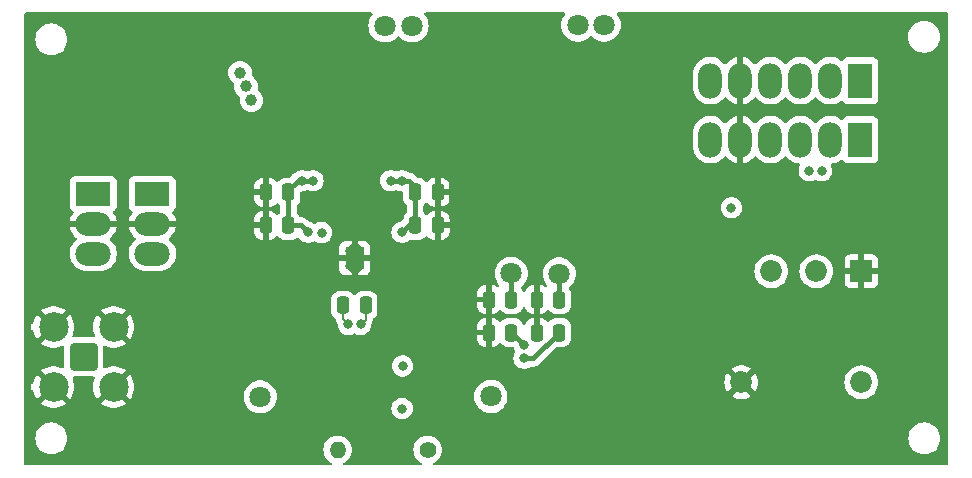
<source format=gbr>
%TF.GenerationSoftware,KiCad,Pcbnew,7.0.1*%
%TF.CreationDate,2024-02-12T12:04:44+00:00*%
%TF.ProjectId,UoB TICSP,556f4220-5449-4435-9350-2e6b69636164,1*%
%TF.SameCoordinates,Original*%
%TF.FileFunction,Copper,L4,Bot*%
%TF.FilePolarity,Positive*%
%FSLAX46Y46*%
G04 Gerber Fmt 4.6, Leading zero omitted, Abs format (unit mm)*
G04 Created by KiCad (PCBNEW 7.0.1) date 2024-02-12 12:04:44*
%MOMM*%
%LPD*%
G01*
G04 APERTURE LIST*
G04 Aperture macros list*
%AMRoundRect*
0 Rectangle with rounded corners*
0 $1 Rounding radius*
0 $2 $3 $4 $5 $6 $7 $8 $9 X,Y pos of 4 corners*
0 Add a 4 corners polygon primitive as box body*
4,1,4,$2,$3,$4,$5,$6,$7,$8,$9,$2,$3,0*
0 Add four circle primitives for the rounded corners*
1,1,$1+$1,$2,$3*
1,1,$1+$1,$4,$5*
1,1,$1+$1,$6,$7*
1,1,$1+$1,$8,$9*
0 Add four rect primitives between the rounded corners*
20,1,$1+$1,$2,$3,$4,$5,0*
20,1,$1+$1,$4,$5,$6,$7,0*
20,1,$1+$1,$6,$7,$8,$9,0*
20,1,$1+$1,$8,$9,$2,$3,0*%
G04 Aperture macros list end*
%TA.AperFunction,ComponentPad*%
%ADD10R,3.000000X2.000000*%
%TD*%
%TA.AperFunction,ComponentPad*%
%ADD11O,3.000000X2.000000*%
%TD*%
%TA.AperFunction,ComponentPad*%
%ADD12RoundRect,0.200100X0.949900X-0.949900X0.949900X0.949900X-0.949900X0.949900X-0.949900X-0.949900X0*%
%TD*%
%TA.AperFunction,ComponentPad*%
%ADD13C,2.500000*%
%TD*%
%TA.AperFunction,ComponentPad*%
%ADD14C,0.600000*%
%TD*%
%TA.AperFunction,SMDPad,CuDef*%
%ADD15R,1.570000X1.890000*%
%TD*%
%TA.AperFunction,ComponentPad*%
%ADD16C,1.400000*%
%TD*%
%TA.AperFunction,ComponentPad*%
%ADD17O,1.400000X1.400000*%
%TD*%
%TA.AperFunction,ComponentPad*%
%ADD18R,2.000000X3.000000*%
%TD*%
%TA.AperFunction,ComponentPad*%
%ADD19O,2.000000X3.000000*%
%TD*%
%TA.AperFunction,ComponentPad*%
%ADD20C,1.000000*%
%TD*%
%TA.AperFunction,ComponentPad*%
%ADD21R,1.850000X1.850000*%
%TD*%
%TA.AperFunction,ComponentPad*%
%ADD22C,1.850000*%
%TD*%
%TA.AperFunction,SMDPad,CuDef*%
%ADD23RoundRect,0.250000X0.250000X0.475000X-0.250000X0.475000X-0.250000X-0.475000X0.250000X-0.475000X0*%
%TD*%
%TA.AperFunction,SMDPad,CuDef*%
%ADD24RoundRect,0.250000X-0.250000X-0.475000X0.250000X-0.475000X0.250000X0.475000X-0.250000X0.475000X0*%
%TD*%
%TA.AperFunction,ViaPad*%
%ADD25C,1.800000*%
%TD*%
%TA.AperFunction,ViaPad*%
%ADD26C,0.800000*%
%TD*%
%TA.AperFunction,Conductor*%
%ADD27C,0.400000*%
%TD*%
%TA.AperFunction,Conductor*%
%ADD28C,0.200000*%
%TD*%
G04 APERTURE END LIST*
D10*
%TO.P,J1,1,Pin_1*%
%TO.N,/+9V*%
X95678000Y-71221600D03*
X90678000Y-71221600D03*
D11*
%TO.P,J1,2,Pin_2*%
%TO.N,GND*%
X95678000Y-73761600D03*
X90678000Y-73761600D03*
%TO.P,J1,3,Pin_3*%
%TO.N,/-9V*%
X95678000Y-76301600D03*
X90678000Y-76301600D03*
%TD*%
D12*
%TO.P,J2,1,In*%
%TO.N,Net-(J2-In)*%
X89860000Y-85040000D03*
D13*
%TO.P,J2,2,Ext*%
%TO.N,GND*%
X87320000Y-87580000D03*
X92400000Y-87580000D03*
X87320000Y-82500000D03*
X92400000Y-82500000D03*
%TD*%
D14*
%TO.P,U4,9,TPad*%
%TO.N,GND*%
X112316400Y-76037600D03*
X112316400Y-77327600D03*
D15*
X112801400Y-76682600D03*
D14*
X113286400Y-76037600D03*
X113286400Y-77327600D03*
%TD*%
D16*
%TO.P,R14,1*%
%TO.N,Net-(R14-Pad1)*%
X118973600Y-92913200D03*
D17*
%TO.P,R14,2*%
%TO.N,Net-(U3--)*%
X111353600Y-92913200D03*
%TD*%
D18*
%TO.P,J4,1,Pin_1*%
%TO.N,/Vo-*%
X155625800Y-66649600D03*
X155625800Y-61649600D03*
D19*
%TO.P,J4,2,Pin_2*%
X153085800Y-66649600D03*
X153085800Y-61649600D03*
%TO.P,J4,3,Pin_3*%
%TO.N,/Vo+*%
X150545800Y-66649600D03*
X150545800Y-61649600D03*
%TO.P,J4,4,Pin_4*%
X148005800Y-66649600D03*
X148005800Y-61649600D03*
%TO.P,J4,5,Pin_5*%
%TO.N,GND*%
X145465800Y-66649600D03*
X145465800Y-61649600D03*
%TO.P,J4,6,Pin_6*%
%TO.N,/Vocm*%
X142925800Y-66649600D03*
X142925800Y-61649600D03*
%TD*%
D20*
%TO.P,IAC,1,1*%
%TO.N,unconnected-(TP2-Pad1)*%
X103100604Y-60971500D03*
%TO.P,IAC,2*%
%TO.N,N/C*%
X103608604Y-62139900D03*
%TO.P,IAC,3*%
X104065804Y-63333700D03*
%TD*%
D21*
%TO.P,PS1,1,-Vin*%
%TO.N,GND*%
X155702000Y-77800000D03*
D22*
%TO.P,PS1,2,+Vin*%
%TO.N,/+1-5V HiVip*%
X151892000Y-77800000D03*
%TO.P,PS1,3,+HV*%
%TO.N,Net-(PS1-+HV)*%
X155702000Y-87198000D03*
%TO.P,PS1,4,HVrtn*%
%TO.N,GND*%
X145542000Y-87198000D03*
%TO.P,PS1,6*%
%TO.N,N/C*%
X148082000Y-77800000D03*
%TD*%
D23*
%TO.P,C10,1*%
%TO.N,/+6V*%
X107188000Y-73914000D03*
%TO.P,C10,2*%
%TO.N,GND*%
X105288000Y-73914000D03*
%TD*%
%TO.P,C7,1*%
%TO.N,/+6V*%
X130124200Y-80187800D03*
%TO.P,C7,2*%
%TO.N,GND*%
X128224200Y-80187800D03*
%TD*%
%TO.P,C17,1*%
%TO.N,/-6V*%
X126060200Y-80187800D03*
%TO.P,C17,2*%
%TO.N,GND*%
X124160200Y-80187800D03*
%TD*%
%TO.P,C9,1*%
%TO.N,/+6V*%
X107198200Y-71120000D03*
%TO.P,C9,2*%
%TO.N,GND*%
X105298200Y-71120000D03*
%TD*%
%TO.P,C8,1*%
%TO.N,/+6V*%
X130124200Y-82981800D03*
%TO.P,C8,2*%
%TO.N,GND*%
X128224200Y-82981800D03*
%TD*%
D24*
%TO.P,C16,1*%
%TO.N,/-6V*%
X117922000Y-71094600D03*
%TO.P,C16,2*%
%TO.N,GND*%
X119822000Y-71094600D03*
%TD*%
D23*
%TO.P,C19,1*%
%TO.N,/-6V*%
X126060200Y-82981800D03*
%TO.P,C19,2*%
%TO.N,GND*%
X124160200Y-82981800D03*
%TD*%
%TO.P,C13,1*%
%TO.N,/Vo-*%
X113726000Y-80670400D03*
%TO.P,C13,2*%
%TO.N,/Vo+*%
X111826000Y-80670400D03*
%TD*%
D24*
%TO.P,C18,1*%
%TO.N,/-6V*%
X117937200Y-73914000D03*
%TO.P,C18,2*%
%TO.N,GND*%
X119837200Y-73914000D03*
%TD*%
D25*
%TO.N,/+6V*%
X130124200Y-78003400D03*
D26*
X108837600Y-74498200D03*
D25*
X115366800Y-56997600D03*
X117652800Y-56997600D03*
D26*
X116865400Y-85826600D03*
X108331000Y-70129400D03*
X109270800Y-70129400D03*
X127152400Y-85166200D03*
%TO.N,/-6V*%
X115848000Y-70129400D03*
D25*
X133934200Y-56946800D03*
D26*
X127152400Y-84023200D03*
D25*
X131699000Y-56946800D03*
D26*
X116816999Y-89416900D03*
X116789200Y-70129400D03*
D25*
X126060200Y-77978000D03*
D26*
X116813200Y-74498200D03*
%TO.N,/Vo-*%
X113314800Y-82296000D03*
X152340800Y-69291200D03*
%TO.N,/Vo+*%
X151290800Y-69291200D03*
X112264800Y-82296000D03*
%TO.N,/Vocm*%
X110006000Y-74523600D03*
X144703800Y-72415400D03*
D25*
%TO.N,Net-(C20-Pad1)*%
X104800400Y-88417400D03*
X124333000Y-88392000D03*
%TD*%
D27*
%TO.N,/+6V*%
X107188000Y-73914000D02*
X108253400Y-73914000D01*
X107198200Y-71120000D02*
X107198200Y-73903800D01*
X107198200Y-70906600D02*
X107975400Y-70129400D01*
X130124200Y-80187800D02*
X130124200Y-78003400D01*
X108253400Y-73914000D02*
X108837600Y-74498200D01*
X107198200Y-71120000D02*
X107198200Y-70906600D01*
X107975400Y-70129400D02*
X109270800Y-70129400D01*
X107198200Y-73903800D02*
X107188000Y-73914000D01*
X127152400Y-85166200D02*
X127939800Y-85166200D01*
X127939800Y-85166200D02*
X130124200Y-82981800D01*
%TO.N,/-6V*%
X126060200Y-80187800D02*
X126060200Y-77978000D01*
X117373400Y-70129400D02*
X115848000Y-70129400D01*
X117922000Y-70678000D02*
X117373400Y-70129400D01*
X126111000Y-82981800D02*
X127152400Y-84023200D01*
X126060200Y-82981800D02*
X126111000Y-82981800D01*
X117922000Y-73898800D02*
X117937200Y-73914000D01*
X117397400Y-73914000D02*
X116813200Y-74498200D01*
X117922000Y-71094600D02*
X117922000Y-73898800D01*
X117937200Y-73914000D02*
X117397400Y-73914000D01*
X117922000Y-71094600D02*
X117922000Y-70678000D01*
D28*
%TO.N,/Vo-*%
X113726000Y-81884800D02*
X113314800Y-82296000D01*
X113726000Y-80670400D02*
X113726000Y-81884800D01*
%TO.N,/Vo+*%
X111826000Y-81857200D02*
X112264800Y-82296000D01*
X111826000Y-80670400D02*
X111826000Y-81857200D01*
%TD*%
%TA.AperFunction,Conductor*%
%TO.N,GND*%
G36*
X114264743Y-55893053D02*
G01*
X114308463Y-55929466D01*
X114331319Y-55981570D01*
X114328498Y-56038397D01*
X114300594Y-56087982D01*
X114257822Y-56134444D01*
X114130876Y-56328750D01*
X114037644Y-56541296D01*
X114037642Y-56541300D01*
X114037643Y-56541300D01*
X113993531Y-56715495D01*
X113980665Y-56766300D01*
X113961499Y-56997599D01*
X113980665Y-57228899D01*
X113980665Y-57228901D01*
X113980666Y-57228905D01*
X114037643Y-57453900D01*
X114037644Y-57453903D01*
X114052676Y-57488172D01*
X114130876Y-57666449D01*
X114257821Y-57860753D01*
X114415016Y-58031513D01*
X114598174Y-58174070D01*
X114802297Y-58284536D01*
X114873841Y-58309097D01*
X115021815Y-58359897D01*
X115021817Y-58359897D01*
X115021819Y-58359898D01*
X115250751Y-58398100D01*
X115482848Y-58398100D01*
X115482849Y-58398100D01*
X115711781Y-58359898D01*
X115931303Y-58284536D01*
X116135426Y-58174070D01*
X116318584Y-58031513D01*
X116418571Y-57922896D01*
X116476059Y-57887560D01*
X116543541Y-57887560D01*
X116601028Y-57922896D01*
X116701016Y-58031513D01*
X116884174Y-58174070D01*
X117088297Y-58284536D01*
X117159841Y-58309097D01*
X117307815Y-58359897D01*
X117307817Y-58359897D01*
X117307819Y-58359898D01*
X117536751Y-58398100D01*
X117768848Y-58398100D01*
X117768849Y-58398100D01*
X117997781Y-58359898D01*
X118217303Y-58284536D01*
X118421426Y-58174070D01*
X118604584Y-58031513D01*
X118761779Y-57860753D01*
X118888724Y-57666449D01*
X118981957Y-57453900D01*
X119038934Y-57228905D01*
X119058100Y-56997600D01*
X119038934Y-56766295D01*
X118981957Y-56541300D01*
X118888724Y-56328751D01*
X118761779Y-56134447D01*
X118761778Y-56134446D01*
X118761777Y-56134444D01*
X118719006Y-56087982D01*
X118691102Y-56038397D01*
X118688281Y-55981570D01*
X118711137Y-55929466D01*
X118754857Y-55893053D01*
X118810236Y-55880000D01*
X130494800Y-55880000D01*
X130550180Y-55893054D01*
X130593900Y-55929467D01*
X130616755Y-55981572D01*
X130613933Y-56038400D01*
X130593936Y-56073931D01*
X130595641Y-56075045D01*
X130463076Y-56277950D01*
X130369844Y-56490496D01*
X130312865Y-56715500D01*
X130293699Y-56946800D01*
X130312865Y-57178099D01*
X130312865Y-57178101D01*
X130312866Y-57178105D01*
X130369843Y-57403100D01*
X130463076Y-57615649D01*
X130590021Y-57809953D01*
X130747216Y-57980713D01*
X130930374Y-58123270D01*
X131134497Y-58233736D01*
X131244257Y-58271416D01*
X131354015Y-58309097D01*
X131354017Y-58309097D01*
X131354019Y-58309098D01*
X131582951Y-58347300D01*
X131815048Y-58347300D01*
X131815049Y-58347300D01*
X132043981Y-58309098D01*
X132263503Y-58233736D01*
X132467626Y-58123270D01*
X132650784Y-57980713D01*
X132725371Y-57899689D01*
X132782859Y-57864352D01*
X132850341Y-57864352D01*
X132907828Y-57899689D01*
X132982416Y-57980713D01*
X133165574Y-58123270D01*
X133369697Y-58233736D01*
X133479457Y-58271416D01*
X133589215Y-58309097D01*
X133589217Y-58309097D01*
X133589219Y-58309098D01*
X133818151Y-58347300D01*
X134050248Y-58347300D01*
X134050249Y-58347300D01*
X134279181Y-58309098D01*
X134498703Y-58233736D01*
X134702826Y-58123270D01*
X134885984Y-57980713D01*
X134925857Y-57937399D01*
X159654940Y-57937399D01*
X159675536Y-58172807D01*
X159705474Y-58284536D01*
X159736697Y-58401063D01*
X159836565Y-58615229D01*
X159972105Y-58808801D01*
X160139199Y-58975895D01*
X160332771Y-59111435D01*
X160546937Y-59211303D01*
X160775192Y-59272463D01*
X160951632Y-59287900D01*
X160951634Y-59287900D01*
X161069566Y-59287900D01*
X161069568Y-59287900D01*
X161187193Y-59277608D01*
X161246008Y-59272463D01*
X161474263Y-59211303D01*
X161688429Y-59111435D01*
X161882001Y-58975895D01*
X162049095Y-58808801D01*
X162184635Y-58615230D01*
X162284503Y-58401063D01*
X162345663Y-58172808D01*
X162366259Y-57937400D01*
X162361898Y-57887560D01*
X162345663Y-57701992D01*
X162336139Y-57666449D01*
X162284503Y-57473737D01*
X162184635Y-57259571D01*
X162049095Y-57065999D01*
X161882001Y-56898905D01*
X161688429Y-56763365D01*
X161474263Y-56663497D01*
X161474262Y-56663496D01*
X161246007Y-56602336D01*
X161069568Y-56586900D01*
X161069566Y-56586900D01*
X160951634Y-56586900D01*
X160951632Y-56586900D01*
X160775192Y-56602336D01*
X160546936Y-56663497D01*
X160332770Y-56763365D01*
X160139198Y-56898905D01*
X159972108Y-57065995D01*
X159972105Y-57065998D01*
X159972105Y-57065999D01*
X159893608Y-57178105D01*
X159836564Y-57259572D01*
X159736697Y-57473737D01*
X159675536Y-57701992D01*
X159654940Y-57937399D01*
X134925857Y-57937399D01*
X135043179Y-57809953D01*
X135170124Y-57615649D01*
X135263357Y-57403100D01*
X135320334Y-57178105D01*
X135339500Y-56946800D01*
X135320334Y-56715495D01*
X135263357Y-56490500D01*
X135170124Y-56277951D01*
X135043179Y-56083647D01*
X135043178Y-56083646D01*
X135037559Y-56075045D01*
X135039263Y-56073931D01*
X135019267Y-56038400D01*
X135016445Y-55981572D01*
X135039300Y-55929467D01*
X135083020Y-55893054D01*
X135138400Y-55880000D01*
X162944000Y-55880000D01*
X163006000Y-55896613D01*
X163051387Y-55942000D01*
X163068000Y-56004000D01*
X163068000Y-94110000D01*
X163051387Y-94172000D01*
X163006000Y-94217387D01*
X162944000Y-94234000D01*
X119550822Y-94234000D01*
X119485544Y-94215427D01*
X119439822Y-94165271D01*
X119427351Y-94098558D01*
X119451868Y-94035273D01*
X119506029Y-93994373D01*
X119511001Y-93992447D01*
X119700162Y-93875324D01*
X119864581Y-93725436D01*
X119998658Y-93547889D01*
X120097829Y-93348728D01*
X120158715Y-93134736D01*
X120179243Y-92913200D01*
X120158715Y-92691664D01*
X120135827Y-92611221D01*
X120097830Y-92477673D01*
X119998658Y-92278511D01*
X119864580Y-92100962D01*
X119700162Y-91951075D01*
X119695194Y-91947999D01*
X159680340Y-91947999D01*
X159700936Y-92183407D01*
X159726419Y-92278511D01*
X159762097Y-92411663D01*
X159861965Y-92625829D01*
X159997505Y-92819401D01*
X160164599Y-92986495D01*
X160358171Y-93122035D01*
X160572337Y-93221903D01*
X160800592Y-93283063D01*
X160977032Y-93298500D01*
X160977034Y-93298500D01*
X161094966Y-93298500D01*
X161094968Y-93298500D01*
X161212593Y-93288208D01*
X161271408Y-93283063D01*
X161499663Y-93221903D01*
X161713829Y-93122035D01*
X161907401Y-92986495D01*
X162074495Y-92819401D01*
X162210035Y-92625830D01*
X162309903Y-92411663D01*
X162371063Y-92183408D01*
X162391659Y-91948000D01*
X162371063Y-91712592D01*
X162309903Y-91484337D01*
X162210035Y-91270171D01*
X162074495Y-91076599D01*
X161907401Y-90909505D01*
X161713829Y-90773965D01*
X161499663Y-90674097D01*
X161271407Y-90612936D01*
X161094968Y-90597500D01*
X161094966Y-90597500D01*
X160977034Y-90597500D01*
X160977032Y-90597500D01*
X160800592Y-90612936D01*
X160572336Y-90674097D01*
X160358170Y-90773965D01*
X160164598Y-90909505D01*
X159997508Y-91076595D01*
X159861964Y-91270172D01*
X159762097Y-91484337D01*
X159700936Y-91712592D01*
X159680340Y-91947999D01*
X119695194Y-91947999D01*
X119511004Y-91833954D01*
X119449774Y-91810233D01*
X119303540Y-91753582D01*
X119084843Y-91712700D01*
X118862357Y-91712700D01*
X118643659Y-91753582D01*
X118643660Y-91753582D01*
X118436195Y-91833954D01*
X118247037Y-91951075D01*
X118082619Y-92100962D01*
X117948541Y-92278511D01*
X117849369Y-92477673D01*
X117788485Y-92691662D01*
X117767957Y-92913200D01*
X117788485Y-93134737D01*
X117849369Y-93348726D01*
X117948541Y-93547888D01*
X118082619Y-93725437D01*
X118247037Y-93875324D01*
X118436197Y-93992446D01*
X118436199Y-93992447D01*
X118441171Y-93994373D01*
X118495332Y-94035273D01*
X118519849Y-94098558D01*
X118507378Y-94165271D01*
X118461656Y-94215427D01*
X118396378Y-94234000D01*
X111930822Y-94234000D01*
X111865544Y-94215427D01*
X111819822Y-94165271D01*
X111807351Y-94098558D01*
X111831868Y-94035273D01*
X111886029Y-93994373D01*
X111891001Y-93992447D01*
X112080162Y-93875324D01*
X112244581Y-93725436D01*
X112378658Y-93547889D01*
X112477829Y-93348728D01*
X112538715Y-93134736D01*
X112559243Y-92913200D01*
X112538715Y-92691664D01*
X112515827Y-92611221D01*
X112477830Y-92477673D01*
X112378658Y-92278511D01*
X112244580Y-92100962D01*
X112080162Y-91951075D01*
X111891004Y-91833954D01*
X111829774Y-91810233D01*
X111683540Y-91753582D01*
X111464843Y-91712700D01*
X111242357Y-91712700D01*
X111023659Y-91753582D01*
X111023660Y-91753582D01*
X110816195Y-91833954D01*
X110627037Y-91951075D01*
X110462619Y-92100962D01*
X110328541Y-92278511D01*
X110229369Y-92477673D01*
X110168485Y-92691662D01*
X110147957Y-92913200D01*
X110168485Y-93134737D01*
X110229369Y-93348726D01*
X110328541Y-93547888D01*
X110462619Y-93725437D01*
X110627037Y-93875324D01*
X110816197Y-93992446D01*
X110816199Y-93992447D01*
X110821171Y-93994373D01*
X110875332Y-94035273D01*
X110899849Y-94098558D01*
X110887378Y-94165271D01*
X110841656Y-94215427D01*
X110776378Y-94234000D01*
X84960000Y-94234000D01*
X84898000Y-94217387D01*
X84852613Y-94172000D01*
X84836000Y-94110000D01*
X84836000Y-91947999D01*
X85766340Y-91947999D01*
X85786936Y-92183407D01*
X85812419Y-92278511D01*
X85848097Y-92411663D01*
X85947965Y-92625829D01*
X86083505Y-92819401D01*
X86250599Y-92986495D01*
X86444171Y-93122035D01*
X86658337Y-93221903D01*
X86886592Y-93283063D01*
X87063032Y-93298500D01*
X87063034Y-93298500D01*
X87180966Y-93298500D01*
X87180968Y-93298500D01*
X87298593Y-93288208D01*
X87357408Y-93283063D01*
X87585663Y-93221903D01*
X87799829Y-93122035D01*
X87993401Y-92986495D01*
X88160495Y-92819401D01*
X88296035Y-92625830D01*
X88395903Y-92411663D01*
X88457063Y-92183408D01*
X88477659Y-91948000D01*
X88457063Y-91712592D01*
X88395903Y-91484337D01*
X88296035Y-91270171D01*
X88160495Y-91076599D01*
X87993401Y-90909505D01*
X87799829Y-90773965D01*
X87585663Y-90674097D01*
X87357407Y-90612936D01*
X87180968Y-90597500D01*
X87180966Y-90597500D01*
X87063034Y-90597500D01*
X87063032Y-90597500D01*
X86886592Y-90612936D01*
X86658336Y-90674097D01*
X86444170Y-90773965D01*
X86250598Y-90909505D01*
X86083508Y-91076595D01*
X85947964Y-91270172D01*
X85848097Y-91484337D01*
X85786936Y-91712592D01*
X85766340Y-91947999D01*
X84836000Y-91947999D01*
X84836000Y-89340099D01*
X85359500Y-89340099D01*
X85359617Y-89340383D01*
X85359808Y-89340461D01*
X85359999Y-89340541D01*
X85360000Y-89340541D01*
X85360001Y-89340541D01*
X85360127Y-89340488D01*
X85360383Y-89340383D01*
X85360500Y-89340099D01*
X85360500Y-88982720D01*
X86270831Y-88982720D01*
X86442546Y-89099793D01*
X86678860Y-89213596D01*
X86929496Y-89290908D01*
X87188856Y-89330000D01*
X87451144Y-89330000D01*
X87710503Y-89290908D01*
X87961139Y-89213596D01*
X88197456Y-89099792D01*
X88369167Y-88982720D01*
X91350831Y-88982720D01*
X91522546Y-89099793D01*
X91758860Y-89213596D01*
X92009496Y-89290908D01*
X92268856Y-89330000D01*
X92531144Y-89330000D01*
X92790503Y-89290908D01*
X93041139Y-89213596D01*
X93277456Y-89099792D01*
X93449167Y-88982720D01*
X92400001Y-87933553D01*
X92400000Y-87933553D01*
X91350831Y-88982720D01*
X88369167Y-88982720D01*
X87320001Y-87933553D01*
X87320000Y-87933553D01*
X86270831Y-88982720D01*
X85360500Y-88982720D01*
X85360500Y-87959827D01*
X85374870Y-87901886D01*
X85414648Y-87857373D01*
X85470616Y-87836607D01*
X85529802Y-87844399D01*
X85578488Y-87878943D01*
X85605391Y-87932234D01*
X85643059Y-88097270D01*
X85738882Y-88341424D01*
X85870027Y-88568573D01*
X85917873Y-88628571D01*
X86966446Y-87580000D01*
X86966446Y-87579998D01*
X85917874Y-86531428D01*
X85870026Y-86591428D01*
X85738882Y-86818576D01*
X85643059Y-87062729D01*
X85605391Y-87227766D01*
X85578488Y-87281057D01*
X85529802Y-87315601D01*
X85470616Y-87323393D01*
X85414648Y-87302627D01*
X85374870Y-87258114D01*
X85360500Y-87200173D01*
X85360500Y-86177278D01*
X86270831Y-86177278D01*
X88722124Y-88628571D01*
X88769972Y-88568572D01*
X88901117Y-88341423D01*
X88996940Y-88097270D01*
X89055306Y-87841552D01*
X89074907Y-87579999D01*
X89055306Y-87318447D01*
X88996941Y-87062735D01*
X88917297Y-86859802D01*
X88909506Y-86800616D01*
X88930273Y-86744648D01*
X88974785Y-86704870D01*
X89032726Y-86690500D01*
X90687274Y-86690500D01*
X90745215Y-86704870D01*
X90789727Y-86744648D01*
X90810494Y-86800616D01*
X90802703Y-86859802D01*
X90723058Y-87062735D01*
X90664693Y-87318447D01*
X90645092Y-87579999D01*
X90664693Y-87841552D01*
X90723059Y-88097270D01*
X90818882Y-88341424D01*
X90950027Y-88568573D01*
X90997873Y-88628571D01*
X92046446Y-87580000D01*
X92753553Y-87580000D01*
X93802124Y-88628571D01*
X93849972Y-88568572D01*
X93937252Y-88417400D01*
X103395099Y-88417400D01*
X103414265Y-88648699D01*
X103414265Y-88648701D01*
X103414266Y-88648705D01*
X103464811Y-88848300D01*
X103471244Y-88873703D01*
X103476061Y-88884684D01*
X103564476Y-89086249D01*
X103691421Y-89280553D01*
X103848616Y-89451313D01*
X104031774Y-89593870D01*
X104235897Y-89704336D01*
X104345657Y-89742016D01*
X104455415Y-89779697D01*
X104455417Y-89779697D01*
X104455419Y-89779698D01*
X104684351Y-89817900D01*
X104916448Y-89817900D01*
X104916449Y-89817900D01*
X105145381Y-89779698D01*
X105364903Y-89704336D01*
X105569026Y-89593870D01*
X105752184Y-89451313D01*
X105783863Y-89416900D01*
X115911539Y-89416900D01*
X115931325Y-89605157D01*
X115989819Y-89785184D01*
X116084465Y-89949116D01*
X116211128Y-90089789D01*
X116364268Y-90201051D01*
X116537196Y-90278044D01*
X116722351Y-90317400D01*
X116722353Y-90317400D01*
X116911645Y-90317400D01*
X116911647Y-90317400D01*
X117035082Y-90291162D01*
X117096802Y-90278044D01*
X117269729Y-90201051D01*
X117422870Y-90089788D01*
X117549532Y-89949116D01*
X117644178Y-89785184D01*
X117702673Y-89605156D01*
X117722459Y-89416900D01*
X117702673Y-89228644D01*
X117644178Y-89048616D01*
X117644178Y-89048615D01*
X117549532Y-88884683D01*
X117422869Y-88744010D01*
X117269729Y-88632748D01*
X117096801Y-88555755D01*
X116911647Y-88516400D01*
X116911645Y-88516400D01*
X116722353Y-88516400D01*
X116722351Y-88516400D01*
X116537196Y-88555755D01*
X116364268Y-88632748D01*
X116211128Y-88744010D01*
X116084465Y-88884683D01*
X115989819Y-89048615D01*
X115931325Y-89228642D01*
X115911539Y-89416900D01*
X105783863Y-89416900D01*
X105909379Y-89280553D01*
X106036324Y-89086249D01*
X106129557Y-88873700D01*
X106186534Y-88648705D01*
X106205700Y-88417400D01*
X106203595Y-88391999D01*
X122927699Y-88391999D01*
X122946865Y-88623299D01*
X122946865Y-88623301D01*
X122946866Y-88623305D01*
X123003843Y-88848300D01*
X123003844Y-88848303D01*
X123062805Y-88982720D01*
X123097076Y-89060849D01*
X123224021Y-89255153D01*
X123381216Y-89425913D01*
X123564374Y-89568470D01*
X123768497Y-89678936D01*
X123842485Y-89704336D01*
X123988015Y-89754297D01*
X123988017Y-89754297D01*
X123988019Y-89754298D01*
X124216951Y-89792500D01*
X124449048Y-89792500D01*
X124449049Y-89792500D01*
X124677981Y-89754298D01*
X124897503Y-89678936D01*
X125101626Y-89568470D01*
X125284784Y-89425913D01*
X125441979Y-89255153D01*
X125568924Y-89060849D01*
X125662157Y-88848300D01*
X125719134Y-88623305D01*
X125738300Y-88392000D01*
X125736325Y-88368165D01*
X144725386Y-88368165D01*
X144759926Y-88395049D01*
X144967626Y-88507451D01*
X145190982Y-88584129D01*
X145423921Y-88623000D01*
X145660079Y-88623000D01*
X145893017Y-88584129D01*
X146116373Y-88507451D01*
X146324074Y-88395049D01*
X146358612Y-88368166D01*
X146358613Y-88368165D01*
X145542000Y-87551553D01*
X144725386Y-88368165D01*
X125736325Y-88368165D01*
X125719134Y-88160695D01*
X125662157Y-87935700D01*
X125568924Y-87723151D01*
X125441979Y-87528847D01*
X125284784Y-87358087D01*
X125101626Y-87215530D01*
X125069233Y-87198000D01*
X144112115Y-87198000D01*
X144131617Y-87433346D01*
X144189591Y-87662282D01*
X144284456Y-87878552D01*
X144372750Y-88013695D01*
X145188447Y-87198001D01*
X145895553Y-87198001D01*
X146711248Y-88013696D01*
X146799542Y-87878553D01*
X146894408Y-87662282D01*
X146952382Y-87433346D01*
X146971884Y-87198000D01*
X154271614Y-87198000D01*
X154291123Y-87433429D01*
X154291123Y-87433432D01*
X154291124Y-87433434D01*
X154328239Y-87580000D01*
X154349118Y-87662447D01*
X154444013Y-87878788D01*
X154573226Y-88076563D01*
X154733223Y-88250365D01*
X154733227Y-88250368D01*
X154919654Y-88395470D01*
X155127421Y-88507908D01*
X155239140Y-88546261D01*
X155350857Y-88584615D01*
X155350859Y-88584615D01*
X155350861Y-88584616D01*
X155583880Y-88623500D01*
X155820119Y-88623500D01*
X155820120Y-88623500D01*
X156053139Y-88584616D01*
X156276579Y-88507908D01*
X156484346Y-88395470D01*
X156670773Y-88250368D01*
X156830775Y-88076561D01*
X156959986Y-87878788D01*
X157054883Y-87662445D01*
X157112876Y-87433434D01*
X157132385Y-87198000D01*
X157112876Y-86962566D01*
X157054883Y-86733555D01*
X156992539Y-86591426D01*
X156959986Y-86517211D01*
X156830773Y-86319436D01*
X156670776Y-86145634D01*
X156519425Y-86027833D01*
X156484346Y-86000530D01*
X156276579Y-85888092D01*
X156276575Y-85888090D01*
X156276574Y-85888090D01*
X156053142Y-85811384D01*
X155858233Y-85778860D01*
X155820120Y-85772500D01*
X155583880Y-85772500D01*
X155573495Y-85774233D01*
X155350857Y-85811384D01*
X155127425Y-85888090D01*
X155127421Y-85888091D01*
X155127421Y-85888092D01*
X155019672Y-85946403D01*
X154919652Y-86000531D01*
X154733223Y-86145634D01*
X154573226Y-86319436D01*
X154444013Y-86517211D01*
X154349118Y-86733552D01*
X154291123Y-86962570D01*
X154271614Y-87198000D01*
X146971884Y-87198000D01*
X146952382Y-86962653D01*
X146894408Y-86733717D01*
X146799543Y-86517447D01*
X146711248Y-86382302D01*
X145895553Y-87198000D01*
X145895553Y-87198001D01*
X145188447Y-87198001D01*
X145188447Y-87198000D01*
X144372749Y-86382302D01*
X144284454Y-86517449D01*
X144189592Y-86733714D01*
X144131617Y-86962653D01*
X144112115Y-87198000D01*
X125069233Y-87198000D01*
X124897503Y-87105064D01*
X124897499Y-87105062D01*
X124897498Y-87105062D01*
X124677984Y-87029702D01*
X124506281Y-87001050D01*
X124449049Y-86991500D01*
X124216951Y-86991500D01*
X124171164Y-86999140D01*
X123988015Y-87029702D01*
X123768501Y-87105062D01*
X123564372Y-87215531D01*
X123381215Y-87358087D01*
X123224020Y-87528848D01*
X123097076Y-87723150D01*
X123003844Y-87935696D01*
X122946865Y-88160700D01*
X122927699Y-88391999D01*
X106203595Y-88391999D01*
X106186534Y-88186095D01*
X106129557Y-87961100D01*
X106036324Y-87748551D01*
X105909379Y-87554247D01*
X105752184Y-87383487D01*
X105569026Y-87240930D01*
X105364903Y-87130464D01*
X105364899Y-87130462D01*
X105364898Y-87130462D01*
X105145384Y-87055102D01*
X104973682Y-87026450D01*
X104916449Y-87016900D01*
X104684351Y-87016900D01*
X104638564Y-87024540D01*
X104455415Y-87055102D01*
X104235901Y-87130462D01*
X104031772Y-87240931D01*
X103848615Y-87383487D01*
X103691420Y-87554248D01*
X103564476Y-87748550D01*
X103471244Y-87961096D01*
X103414265Y-88186100D01*
X103395099Y-88417400D01*
X93937252Y-88417400D01*
X93981117Y-88341423D01*
X94076940Y-88097270D01*
X94135306Y-87841552D01*
X94154907Y-87579999D01*
X94135306Y-87318447D01*
X94076940Y-87062729D01*
X93981117Y-86818575D01*
X93849972Y-86591426D01*
X93802125Y-86531427D01*
X92753553Y-87580000D01*
X92046446Y-87580000D01*
X92400000Y-87226447D01*
X93449167Y-86177278D01*
X93277451Y-86060205D01*
X93041139Y-85946403D01*
X92790503Y-85869091D01*
X92531144Y-85830000D01*
X92268856Y-85830000D01*
X92009496Y-85869091D01*
X91758857Y-85946404D01*
X91688301Y-85980382D01*
X91627547Y-85992467D01*
X91568528Y-85973656D01*
X91525972Y-85928643D01*
X91510500Y-85868662D01*
X91510500Y-85826599D01*
X115959940Y-85826599D01*
X115979726Y-86014857D01*
X116038220Y-86194884D01*
X116132866Y-86358816D01*
X116259529Y-86499489D01*
X116412669Y-86610751D01*
X116585597Y-86687744D01*
X116770752Y-86727100D01*
X116770754Y-86727100D01*
X116960046Y-86727100D01*
X116960048Y-86727100D01*
X117083483Y-86700862D01*
X117145203Y-86687744D01*
X117318130Y-86610751D01*
X117446550Y-86517449D01*
X117471270Y-86499489D01*
X117597933Y-86358816D01*
X117692579Y-86194884D01*
X117717848Y-86117114D01*
X117751074Y-86014856D01*
X117770860Y-85826600D01*
X117751074Y-85638344D01*
X117692579Y-85458316D01*
X117692579Y-85458315D01*
X117597933Y-85294383D01*
X117471270Y-85153710D01*
X117318130Y-85042448D01*
X117145202Y-84965455D01*
X116960048Y-84926100D01*
X116960046Y-84926100D01*
X116770754Y-84926100D01*
X116770752Y-84926100D01*
X116585597Y-84965455D01*
X116412669Y-85042448D01*
X116259529Y-85153710D01*
X116132866Y-85294383D01*
X116038220Y-85458315D01*
X115979726Y-85638342D01*
X115959940Y-85826599D01*
X91510500Y-85826599D01*
X91510500Y-84211338D01*
X91525972Y-84151357D01*
X91568528Y-84106344D01*
X91627547Y-84087533D01*
X91688301Y-84099618D01*
X91758857Y-84133595D01*
X92009496Y-84210908D01*
X92268856Y-84250000D01*
X92531144Y-84250000D01*
X92790503Y-84210908D01*
X93041139Y-84133596D01*
X93277456Y-84019792D01*
X93449167Y-83902720D01*
X92400000Y-82853553D01*
X92046447Y-82500000D01*
X92753553Y-82500000D01*
X93802124Y-83548571D01*
X93849972Y-83488572D01*
X93981117Y-83261423D01*
X93992743Y-83231800D01*
X123160201Y-83231800D01*
X123160201Y-83506779D01*
X123170693Y-83609495D01*
X123225842Y-83775922D01*
X123317883Y-83925145D01*
X123441854Y-84049116D01*
X123591077Y-84141157D01*
X123757503Y-84196306D01*
X123860221Y-84206800D01*
X123910200Y-84206800D01*
X123910200Y-84206799D01*
X124410200Y-84206799D01*
X124460179Y-84206799D01*
X124562895Y-84196306D01*
X124729322Y-84141157D01*
X124878545Y-84049116D01*
X125002513Y-83925148D01*
X125004364Y-83922148D01*
X125049471Y-83878964D01*
X125109904Y-83863240D01*
X125170338Y-83878963D01*
X125215446Y-83922145D01*
X125217490Y-83925459D01*
X125341542Y-84049511D01*
X125341544Y-84049512D01*
X125490866Y-84141614D01*
X125602217Y-84178512D01*
X125657402Y-84196799D01*
X125666929Y-84197772D01*
X125760191Y-84207300D01*
X126175284Y-84207299D01*
X126225719Y-84218019D01*
X126267434Y-84248327D01*
X126293215Y-84292981D01*
X126325220Y-84391484D01*
X126406751Y-84532700D01*
X126423364Y-84594700D01*
X126406751Y-84656700D01*
X126325220Y-84797915D01*
X126266726Y-84977942D01*
X126246940Y-85166199D01*
X126266726Y-85354457D01*
X126325220Y-85534484D01*
X126419866Y-85698416D01*
X126546529Y-85839089D01*
X126699669Y-85950351D01*
X126872597Y-86027344D01*
X127057752Y-86066700D01*
X127057754Y-86066700D01*
X127247046Y-86066700D01*
X127247048Y-86066700D01*
X127370483Y-86040462D01*
X127429902Y-86027833D01*
X144725385Y-86027833D01*
X145542000Y-86844447D01*
X145542001Y-86844447D01*
X146358612Y-86027833D01*
X146358612Y-86027831D01*
X146324074Y-86000950D01*
X146116376Y-85888549D01*
X145893017Y-85811870D01*
X145660079Y-85773000D01*
X145423921Y-85773000D01*
X145190982Y-85811870D01*
X144967626Y-85888548D01*
X144759924Y-86000951D01*
X144725386Y-86027832D01*
X144725385Y-86027833D01*
X127429902Y-86027833D01*
X127432203Y-86027344D01*
X127605130Y-85950351D01*
X127687671Y-85890381D01*
X127722238Y-85872769D01*
X127760556Y-85866700D01*
X127914879Y-85866700D01*
X127922366Y-85866926D01*
X127925506Y-85867115D01*
X127982406Y-85870558D01*
X128041582Y-85859713D01*
X128048981Y-85858587D01*
X128108672Y-85851340D01*
X128118135Y-85847750D01*
X128139758Y-85841722D01*
X128149732Y-85839895D01*
X128204608Y-85815196D01*
X128211473Y-85812352D01*
X128267730Y-85791018D01*
X128276070Y-85785260D01*
X128295619Y-85774235D01*
X128304857Y-85770078D01*
X128352213Y-85732975D01*
X128358220Y-85728555D01*
X128407729Y-85694383D01*
X128447623Y-85649350D01*
X128452724Y-85643931D01*
X129853037Y-84243618D01*
X129893266Y-84216738D01*
X129940719Y-84207299D01*
X130424209Y-84207299D01*
X130475602Y-84202049D01*
X130526997Y-84196799D01*
X130693534Y-84141614D01*
X130842856Y-84049512D01*
X130966912Y-83925456D01*
X131059014Y-83776134D01*
X131114199Y-83609597D01*
X131124700Y-83506809D01*
X131124699Y-82456792D01*
X131114199Y-82354003D01*
X131059014Y-82187466D01*
X130966912Y-82038144D01*
X130966911Y-82038142D01*
X130842857Y-81914088D01*
X130693534Y-81821986D01*
X130526997Y-81766800D01*
X130429103Y-81756800D01*
X130424208Y-81756300D01*
X129824191Y-81756300D01*
X129721403Y-81766800D01*
X129554865Y-81821986D01*
X129405542Y-81914088D01*
X129281486Y-82038144D01*
X129279442Y-82041459D01*
X129234335Y-82084637D01*
X129173904Y-82100358D01*
X129113474Y-82084635D01*
X129068368Y-82041456D01*
X129066516Y-82038454D01*
X128942545Y-81914483D01*
X128793322Y-81822442D01*
X128626896Y-81767293D01*
X128524179Y-81756800D01*
X128474200Y-81756800D01*
X128474200Y-83107800D01*
X128457587Y-83169800D01*
X128412200Y-83215187D01*
X128350200Y-83231800D01*
X128098200Y-83231800D01*
X128036200Y-83215187D01*
X127990813Y-83169800D01*
X127974200Y-83107800D01*
X127974200Y-81756801D01*
X127924221Y-81756801D01*
X127821504Y-81767293D01*
X127655077Y-81822442D01*
X127505854Y-81914483D01*
X127381883Y-82038454D01*
X127289842Y-82187677D01*
X127260169Y-82277225D01*
X127227030Y-82328909D01*
X127173161Y-82358361D01*
X127111765Y-82358361D01*
X127057895Y-82328909D01*
X127024757Y-82277225D01*
X126995014Y-82187466D01*
X126902912Y-82038144D01*
X126902911Y-82038142D01*
X126778857Y-81914088D01*
X126629534Y-81821986D01*
X126462997Y-81766800D01*
X126365103Y-81756800D01*
X126360208Y-81756300D01*
X125760191Y-81756300D01*
X125657403Y-81766800D01*
X125490865Y-81821986D01*
X125341542Y-81914088D01*
X125217486Y-82038144D01*
X125215442Y-82041459D01*
X125170335Y-82084637D01*
X125109904Y-82100358D01*
X125049474Y-82084635D01*
X125004368Y-82041456D01*
X125002516Y-82038454D01*
X124878545Y-81914483D01*
X124729322Y-81822442D01*
X124562896Y-81767293D01*
X124460179Y-81756800D01*
X124410200Y-81756800D01*
X124410200Y-84206799D01*
X123910200Y-84206799D01*
X123910200Y-83231800D01*
X123160201Y-83231800D01*
X93992743Y-83231800D01*
X94076940Y-83017270D01*
X94135306Y-82761552D01*
X94154907Y-82500000D01*
X94135306Y-82238447D01*
X94076940Y-81982729D01*
X93981117Y-81738575D01*
X93849972Y-81511426D01*
X93802125Y-81451427D01*
X92753553Y-82500000D01*
X92046447Y-82500000D01*
X90997874Y-81451428D01*
X90950026Y-81511428D01*
X90818882Y-81738576D01*
X90723059Y-81982729D01*
X90664693Y-82238447D01*
X90645092Y-82500000D01*
X90664693Y-82761552D01*
X90723058Y-83017264D01*
X90802703Y-83220198D01*
X90810494Y-83279384D01*
X90789727Y-83335352D01*
X90745215Y-83375130D01*
X90687274Y-83389500D01*
X89032726Y-83389500D01*
X88974785Y-83375130D01*
X88930273Y-83335352D01*
X88909506Y-83279384D01*
X88917297Y-83220198D01*
X88996941Y-83017264D01*
X89055306Y-82761552D01*
X89074907Y-82500000D01*
X89055306Y-82238447D01*
X88996940Y-81982729D01*
X88901117Y-81738575D01*
X88769972Y-81511426D01*
X88722125Y-81451427D01*
X87320000Y-82853553D01*
X86270831Y-83902720D01*
X86442546Y-84019793D01*
X86678860Y-84133596D01*
X86929496Y-84210908D01*
X87188856Y-84250000D01*
X87451144Y-84250000D01*
X87710503Y-84210908D01*
X87961142Y-84133595D01*
X88031699Y-84099618D01*
X88092453Y-84087533D01*
X88151472Y-84106344D01*
X88194028Y-84151357D01*
X88209500Y-84211338D01*
X88209500Y-85868662D01*
X88194028Y-85928643D01*
X88151472Y-85973656D01*
X88092453Y-85992467D01*
X88031699Y-85980382D01*
X87961142Y-85946404D01*
X87710503Y-85869091D01*
X87451144Y-85830000D01*
X87188856Y-85830000D01*
X86929496Y-85869091D01*
X86678860Y-85946403D01*
X86442545Y-86060206D01*
X86270831Y-86177278D01*
X85360500Y-86177278D01*
X85360500Y-82879827D01*
X85374870Y-82821886D01*
X85414648Y-82777373D01*
X85470616Y-82756607D01*
X85529802Y-82764399D01*
X85578488Y-82798943D01*
X85605391Y-82852234D01*
X85643059Y-83017270D01*
X85738882Y-83261424D01*
X85870027Y-83488573D01*
X85917873Y-83548571D01*
X85917874Y-83548571D01*
X86966446Y-82500001D01*
X86966446Y-82500000D01*
X85917873Y-81451427D01*
X85870028Y-81511424D01*
X85738882Y-81738576D01*
X85643059Y-81982729D01*
X85605391Y-82147766D01*
X85578488Y-82201057D01*
X85529802Y-82235601D01*
X85470616Y-82243393D01*
X85414648Y-82222627D01*
X85374870Y-82178114D01*
X85360500Y-82120173D01*
X85360500Y-81097278D01*
X86270832Y-81097278D01*
X87320000Y-82146446D01*
X87320001Y-82146446D01*
X88369167Y-81097278D01*
X91350832Y-81097278D01*
X92400000Y-82146446D01*
X92400001Y-82146446D01*
X93351037Y-81195408D01*
X110825500Y-81195408D01*
X110836000Y-81298196D01*
X110891186Y-81464734D01*
X110983288Y-81614057D01*
X111107342Y-81738111D01*
X111163086Y-81772494D01*
X111202082Y-81810647D01*
X111220929Y-81861844D01*
X111222894Y-81876770D01*
X111225500Y-81896561D01*
X111240956Y-82013962D01*
X111301463Y-82160040D01*
X111334819Y-82203511D01*
X111355786Y-82245334D01*
X111359765Y-82291950D01*
X111359339Y-82295996D01*
X111379126Y-82484257D01*
X111437620Y-82664284D01*
X111532266Y-82828216D01*
X111658929Y-82968889D01*
X111812069Y-83080151D01*
X111984997Y-83157144D01*
X112170152Y-83196500D01*
X112170154Y-83196500D01*
X112359446Y-83196500D01*
X112359448Y-83196500D01*
X112485061Y-83169800D01*
X112544603Y-83157144D01*
X112717530Y-83080151D01*
X112717530Y-83080150D01*
X112729436Y-83074850D01*
X112729500Y-83074994D01*
X112764017Y-83059625D01*
X112815583Y-83059625D01*
X112850099Y-83074994D01*
X112850164Y-83074850D01*
X113034997Y-83157144D01*
X113220152Y-83196500D01*
X113220154Y-83196500D01*
X113409446Y-83196500D01*
X113409448Y-83196500D01*
X113535061Y-83169800D01*
X113594603Y-83157144D01*
X113767530Y-83080151D01*
X113795782Y-83059625D01*
X113920670Y-82968889D01*
X114047333Y-82828216D01*
X114102999Y-82731800D01*
X123160200Y-82731800D01*
X123910200Y-82731800D01*
X123910200Y-81756801D01*
X123860221Y-81756801D01*
X123757504Y-81767293D01*
X123591077Y-81822442D01*
X123441854Y-81914483D01*
X123317883Y-82038454D01*
X123225842Y-82187677D01*
X123170693Y-82354103D01*
X123160200Y-82456821D01*
X123160200Y-82731800D01*
X114102999Y-82731800D01*
X114141979Y-82664284D01*
X114141978Y-82664284D01*
X114200474Y-82484256D01*
X114220260Y-82296000D01*
X114219061Y-82284601D01*
X114223038Y-82237977D01*
X114244009Y-82196147D01*
X114250508Y-82187677D01*
X114250536Y-82187641D01*
X114250609Y-82187466D01*
X114267053Y-82147766D01*
X114311044Y-82041562D01*
X114326500Y-81924161D01*
X114331682Y-81884800D01*
X114333813Y-81868614D01*
X114334269Y-81868674D01*
X114335642Y-81846047D01*
X114355901Y-81803412D01*
X114390626Y-81771438D01*
X114415168Y-81756300D01*
X114444656Y-81738112D01*
X114568712Y-81614056D01*
X114660814Y-81464734D01*
X114715999Y-81298197D01*
X114726500Y-81195409D01*
X114726499Y-80437800D01*
X123160201Y-80437800D01*
X123160201Y-80712779D01*
X123170693Y-80815495D01*
X123225842Y-80981922D01*
X123317883Y-81131145D01*
X123441854Y-81255116D01*
X123591077Y-81347157D01*
X123757503Y-81402306D01*
X123860221Y-81412800D01*
X123910200Y-81412800D01*
X123910200Y-81412799D01*
X124410200Y-81412799D01*
X124460179Y-81412799D01*
X124562895Y-81402306D01*
X124729322Y-81347157D01*
X124878545Y-81255116D01*
X125002513Y-81131148D01*
X125004364Y-81128148D01*
X125049471Y-81084964D01*
X125109904Y-81069240D01*
X125170338Y-81084963D01*
X125215446Y-81128145D01*
X125217490Y-81131459D01*
X125341542Y-81255511D01*
X125341544Y-81255512D01*
X125490866Y-81347614D01*
X125602217Y-81384512D01*
X125657402Y-81402799D01*
X125666929Y-81403772D01*
X125760191Y-81413300D01*
X126360208Y-81413299D01*
X126462997Y-81402799D01*
X126629534Y-81347614D01*
X126778856Y-81255512D01*
X126902912Y-81131456D01*
X126995014Y-80982134D01*
X127024758Y-80892372D01*
X127057895Y-80840690D01*
X127111765Y-80811238D01*
X127173161Y-80811238D01*
X127227031Y-80840690D01*
X127260169Y-80892374D01*
X127289842Y-80981922D01*
X127381883Y-81131145D01*
X127505854Y-81255116D01*
X127655077Y-81347157D01*
X127821503Y-81402306D01*
X127924221Y-81412800D01*
X127974200Y-81412800D01*
X127974200Y-81412799D01*
X128474200Y-81412799D01*
X128524179Y-81412799D01*
X128626895Y-81402306D01*
X128793322Y-81347157D01*
X128942545Y-81255116D01*
X129066513Y-81131148D01*
X129068364Y-81128148D01*
X129113471Y-81084964D01*
X129173904Y-81069240D01*
X129234338Y-81084963D01*
X129279446Y-81128145D01*
X129281490Y-81131459D01*
X129405542Y-81255511D01*
X129405544Y-81255512D01*
X129554866Y-81347614D01*
X129666217Y-81384512D01*
X129721402Y-81402799D01*
X129730929Y-81403772D01*
X129824191Y-81413300D01*
X130424208Y-81413299D01*
X130526997Y-81402799D01*
X130693534Y-81347614D01*
X130842856Y-81255512D01*
X130966912Y-81131456D01*
X131059014Y-80982134D01*
X131114199Y-80815597D01*
X131124700Y-80712809D01*
X131124699Y-79662792D01*
X131114199Y-79560003D01*
X131059014Y-79393466D01*
X130974475Y-79256405D01*
X130956278Y-79199402D01*
X130966895Y-79140515D01*
X131003852Y-79093455D01*
X131048011Y-79059085D01*
X131075984Y-79037313D01*
X131084151Y-79028442D01*
X131233177Y-78866555D01*
X131233176Y-78866555D01*
X131233179Y-78866553D01*
X131360124Y-78672249D01*
X131453357Y-78459700D01*
X131510334Y-78234705D01*
X131529500Y-78003400D01*
X131512646Y-77800000D01*
X146651614Y-77800000D01*
X146671123Y-78035429D01*
X146671123Y-78035432D01*
X146671124Y-78035434D01*
X146721584Y-78234699D01*
X146729118Y-78264447D01*
X146824013Y-78480788D01*
X146953226Y-78678563D01*
X147113223Y-78852365D01*
X147113227Y-78852368D01*
X147299654Y-78997470D01*
X147507421Y-79109908D01*
X147596575Y-79140515D01*
X147730857Y-79186615D01*
X147730859Y-79186615D01*
X147730861Y-79186616D01*
X147963880Y-79225500D01*
X148200119Y-79225500D01*
X148200120Y-79225500D01*
X148433139Y-79186616D01*
X148656579Y-79109908D01*
X148864346Y-78997470D01*
X149050773Y-78852368D01*
X149210775Y-78678561D01*
X149339986Y-78480788D01*
X149434883Y-78264445D01*
X149492876Y-78035434D01*
X149512385Y-77800000D01*
X150461614Y-77800000D01*
X150481123Y-78035429D01*
X150481123Y-78035432D01*
X150481124Y-78035434D01*
X150531584Y-78234699D01*
X150539118Y-78264447D01*
X150634013Y-78480788D01*
X150763226Y-78678563D01*
X150923223Y-78852365D01*
X150923227Y-78852368D01*
X151109654Y-78997470D01*
X151317421Y-79109908D01*
X151406575Y-79140515D01*
X151540857Y-79186615D01*
X151540859Y-79186615D01*
X151540861Y-79186616D01*
X151773880Y-79225500D01*
X152010119Y-79225500D01*
X152010120Y-79225500D01*
X152243139Y-79186616D01*
X152466579Y-79109908D01*
X152674346Y-78997470D01*
X152860773Y-78852368D01*
X153020775Y-78678561D01*
X153149986Y-78480788D01*
X153244883Y-78264445D01*
X153299187Y-78050000D01*
X154277000Y-78050000D01*
X154277000Y-78772824D01*
X154283402Y-78832375D01*
X154333647Y-78967089D01*
X154419811Y-79082188D01*
X154534910Y-79168352D01*
X154669624Y-79218597D01*
X154729176Y-79225000D01*
X155452000Y-79225000D01*
X155452000Y-78050000D01*
X155952000Y-78050000D01*
X155952000Y-79225000D01*
X156674824Y-79225000D01*
X156734375Y-79218597D01*
X156869089Y-79168352D01*
X156984188Y-79082188D01*
X157070352Y-78967089D01*
X157120597Y-78832375D01*
X157127000Y-78772824D01*
X157127000Y-78050000D01*
X155952000Y-78050000D01*
X155452000Y-78050000D01*
X154277000Y-78050000D01*
X153299187Y-78050000D01*
X153302876Y-78035434D01*
X153322385Y-77800000D01*
X153302876Y-77564566D01*
X153299187Y-77550000D01*
X154277000Y-77550000D01*
X155452000Y-77550000D01*
X155452000Y-76375000D01*
X155952000Y-76375000D01*
X155952000Y-77550000D01*
X157127000Y-77550000D01*
X157127000Y-76827176D01*
X157120597Y-76767624D01*
X157070352Y-76632910D01*
X156984188Y-76517811D01*
X156869089Y-76431647D01*
X156734375Y-76381402D01*
X156674824Y-76375000D01*
X155952000Y-76375000D01*
X155452000Y-76375000D01*
X154729176Y-76375000D01*
X154669624Y-76381402D01*
X154534910Y-76431647D01*
X154419811Y-76517811D01*
X154333647Y-76632910D01*
X154283402Y-76767624D01*
X154277000Y-76827176D01*
X154277000Y-77550000D01*
X153299187Y-77550000D01*
X153244883Y-77335555D01*
X153187061Y-77203734D01*
X153149986Y-77119211D01*
X153020773Y-76921436D01*
X152860776Y-76747634D01*
X152674347Y-76602531D01*
X152674346Y-76602530D01*
X152466579Y-76490092D01*
X152466575Y-76490090D01*
X152466574Y-76490090D01*
X152243142Y-76413384D01*
X152051481Y-76381402D01*
X152010120Y-76374500D01*
X151773880Y-76374500D01*
X151732519Y-76381402D01*
X151540857Y-76413384D01*
X151317425Y-76490090D01*
X151109652Y-76602531D01*
X150923223Y-76747634D01*
X150763226Y-76921436D01*
X150634013Y-77119211D01*
X150539118Y-77335552D01*
X150481123Y-77564570D01*
X150461614Y-77800000D01*
X149512385Y-77800000D01*
X149492876Y-77564566D01*
X149434883Y-77335555D01*
X149377061Y-77203734D01*
X149339986Y-77119211D01*
X149210773Y-76921436D01*
X149050776Y-76747634D01*
X148864347Y-76602531D01*
X148864346Y-76602530D01*
X148656579Y-76490092D01*
X148656575Y-76490090D01*
X148656574Y-76490090D01*
X148433142Y-76413384D01*
X148241481Y-76381402D01*
X148200120Y-76374500D01*
X147963880Y-76374500D01*
X147922519Y-76381402D01*
X147730857Y-76413384D01*
X147507425Y-76490090D01*
X147299652Y-76602531D01*
X147113223Y-76747634D01*
X146953226Y-76921436D01*
X146824013Y-77119211D01*
X146729118Y-77335552D01*
X146671123Y-77564570D01*
X146651614Y-77800000D01*
X131512646Y-77800000D01*
X131510334Y-77772095D01*
X131453357Y-77547100D01*
X131360124Y-77334551D01*
X131233179Y-77140247D01*
X131075984Y-76969487D01*
X130892826Y-76826930D01*
X130688703Y-76716464D01*
X130688699Y-76716462D01*
X130688698Y-76716462D01*
X130469184Y-76641102D01*
X130297481Y-76612450D01*
X130240249Y-76602900D01*
X130008151Y-76602900D01*
X129962364Y-76610540D01*
X129779215Y-76641102D01*
X129559701Y-76716462D01*
X129355572Y-76826931D01*
X129172415Y-76969487D01*
X129015220Y-77140248D01*
X128888276Y-77334550D01*
X128795044Y-77547096D01*
X128738065Y-77772100D01*
X128718899Y-78003400D01*
X128738065Y-78234699D01*
X128738065Y-78234701D01*
X128738066Y-78234705D01*
X128745598Y-78264447D01*
X128795044Y-78459703D01*
X128888276Y-78672249D01*
X129015222Y-78866555D01*
X129042512Y-78896200D01*
X129070917Y-78947570D01*
X129072511Y-79006248D01*
X129046939Y-79059085D01*
X128999931Y-79094240D01*
X128942020Y-79103836D01*
X128886185Y-79085721D01*
X128793320Y-79028441D01*
X128626896Y-78973293D01*
X128524179Y-78962800D01*
X128474200Y-78962800D01*
X128474200Y-81412799D01*
X127974200Y-81412799D01*
X127974200Y-78962801D01*
X127924221Y-78962801D01*
X127821504Y-78973293D01*
X127655077Y-79028442D01*
X127505854Y-79120483D01*
X127381883Y-79244454D01*
X127289842Y-79393677D01*
X127260169Y-79483225D01*
X127227030Y-79534909D01*
X127173161Y-79564361D01*
X127111765Y-79564361D01*
X127057895Y-79534909D01*
X127024757Y-79483225D01*
X127015537Y-79455400D01*
X126995014Y-79393466D01*
X126902912Y-79244144D01*
X126902911Y-79244143D01*
X126899889Y-79239243D01*
X126881692Y-79182240D01*
X126892309Y-79123352D01*
X126929265Y-79076295D01*
X127011984Y-79011913D01*
X127169179Y-78841153D01*
X127296124Y-78646849D01*
X127389357Y-78434300D01*
X127446334Y-78209305D01*
X127465500Y-77978000D01*
X127446334Y-77746695D01*
X127389357Y-77521700D01*
X127296124Y-77309151D01*
X127169179Y-77114847D01*
X127011984Y-76944087D01*
X126828826Y-76801530D01*
X126624703Y-76691064D01*
X126624699Y-76691062D01*
X126624698Y-76691062D01*
X126405184Y-76615702D01*
X126233481Y-76587050D01*
X126176249Y-76577500D01*
X125944151Y-76577500D01*
X125898364Y-76585140D01*
X125715215Y-76615702D01*
X125495701Y-76691062D01*
X125291572Y-76801531D01*
X125108415Y-76944087D01*
X124951220Y-77114848D01*
X124824276Y-77309150D01*
X124731044Y-77521696D01*
X124731042Y-77521700D01*
X124731043Y-77521700D01*
X124692115Y-77675424D01*
X124674065Y-77746700D01*
X124654899Y-77977999D01*
X124674065Y-78209299D01*
X124674065Y-78209301D01*
X124674066Y-78209305D01*
X124688030Y-78264447D01*
X124731044Y-78434303D01*
X124824276Y-78646849D01*
X124951221Y-78841153D01*
X125032613Y-78929569D01*
X125061017Y-78980938D01*
X125062612Y-79039616D01*
X125037041Y-79092454D01*
X124990032Y-79127609D01*
X124932122Y-79137205D01*
X124876287Y-79119090D01*
X124729322Y-79028442D01*
X124562896Y-78973293D01*
X124460179Y-78962800D01*
X124410200Y-78962800D01*
X124410200Y-81412799D01*
X123910200Y-81412799D01*
X123910200Y-80437800D01*
X123160201Y-80437800D01*
X114726499Y-80437800D01*
X114726499Y-80145392D01*
X114715999Y-80042603D01*
X114681271Y-79937800D01*
X123160200Y-79937800D01*
X123910200Y-79937800D01*
X123910200Y-78962801D01*
X123860221Y-78962801D01*
X123757504Y-78973293D01*
X123591077Y-79028442D01*
X123441854Y-79120483D01*
X123317883Y-79244454D01*
X123225842Y-79393677D01*
X123170693Y-79560103D01*
X123160200Y-79662821D01*
X123160200Y-79937800D01*
X114681271Y-79937800D01*
X114660814Y-79876066D01*
X114568712Y-79726744D01*
X114568711Y-79726742D01*
X114444657Y-79602688D01*
X114295334Y-79510586D01*
X114128797Y-79455400D01*
X114035535Y-79445873D01*
X114026008Y-79444900D01*
X113425991Y-79444900D01*
X113323203Y-79455400D01*
X113156665Y-79510586D01*
X113007342Y-79602688D01*
X112883284Y-79726746D01*
X112881533Y-79729586D01*
X112836424Y-79772763D01*
X112775993Y-79788482D01*
X112715563Y-79772757D01*
X112670459Y-79729576D01*
X112668711Y-79726742D01*
X112544657Y-79602688D01*
X112395334Y-79510586D01*
X112228797Y-79455400D01*
X112135535Y-79445873D01*
X112126008Y-79444900D01*
X111525991Y-79444900D01*
X111423203Y-79455400D01*
X111256665Y-79510586D01*
X111107342Y-79602688D01*
X110983288Y-79726742D01*
X110891186Y-79876065D01*
X110836000Y-80042602D01*
X110825500Y-80145390D01*
X110825500Y-81195408D01*
X93351037Y-81195408D01*
X93449167Y-81097278D01*
X93277451Y-80980205D01*
X93041139Y-80866403D01*
X92790503Y-80789091D01*
X92531144Y-80750000D01*
X92268856Y-80750000D01*
X92009496Y-80789091D01*
X91758860Y-80866403D01*
X91522545Y-80980206D01*
X91350832Y-81097278D01*
X88369167Y-81097278D01*
X88197451Y-80980205D01*
X87961139Y-80866403D01*
X87710503Y-80789091D01*
X87451144Y-80750000D01*
X87188856Y-80750000D01*
X86929496Y-80789091D01*
X86678860Y-80866403D01*
X86442545Y-80980206D01*
X86270832Y-81097278D01*
X85360500Y-81097278D01*
X85360500Y-80739900D01*
X85360383Y-80739618D01*
X85360383Y-80739617D01*
X85360381Y-80739616D01*
X85360001Y-80739459D01*
X85359999Y-80739459D01*
X85359618Y-80739616D01*
X85359616Y-80739618D01*
X85359500Y-80739900D01*
X85359500Y-80739901D01*
X85359500Y-89340099D01*
X84836000Y-89340099D01*
X84836000Y-76425935D01*
X88677500Y-76425935D01*
X88718429Y-76671215D01*
X88771971Y-76827176D01*
X88799172Y-76906410D01*
X88911973Y-77114848D01*
X88917529Y-77125114D01*
X89006886Y-77239919D01*
X89070262Y-77321344D01*
X89253215Y-77489764D01*
X89461393Y-77625773D01*
X89689119Y-77725663D01*
X89930179Y-77786708D01*
X90004480Y-77792864D01*
X90115927Y-77802100D01*
X90115933Y-77802100D01*
X91240067Y-77802100D01*
X91240073Y-77802100D01*
X91341387Y-77793704D01*
X91425821Y-77786708D01*
X91666881Y-77725663D01*
X91894607Y-77625773D01*
X92102785Y-77489764D01*
X92285738Y-77321344D01*
X92438474Y-77125109D01*
X92556828Y-76906410D01*
X92637571Y-76671214D01*
X92678500Y-76425935D01*
X93677500Y-76425935D01*
X93718429Y-76671215D01*
X93771971Y-76827176D01*
X93799172Y-76906410D01*
X93911973Y-77114848D01*
X93917529Y-77125114D01*
X94006886Y-77239919D01*
X94070262Y-77321344D01*
X94253215Y-77489764D01*
X94461393Y-77625773D01*
X94689119Y-77725663D01*
X94930179Y-77786708D01*
X95004480Y-77792864D01*
X95115927Y-77802100D01*
X95115933Y-77802100D01*
X96240067Y-77802100D01*
X96240073Y-77802100D01*
X96341387Y-77793704D01*
X96425821Y-77786708D01*
X96666881Y-77725663D01*
X96894607Y-77625773D01*
X97102785Y-77489764D01*
X97278943Y-77327599D01*
X111511337Y-77327599D01*
X111515620Y-77365603D01*
X111516400Y-77379488D01*
X111516400Y-77675424D01*
X111522802Y-77734975D01*
X111573047Y-77869689D01*
X111659211Y-77984788D01*
X111774310Y-78070952D01*
X111909024Y-78121197D01*
X111968576Y-78127600D01*
X112264512Y-78127600D01*
X112278397Y-78128380D01*
X112316400Y-78132662D01*
X112354403Y-78128380D01*
X112368288Y-78127600D01*
X112551400Y-78127600D01*
X113051400Y-78127600D01*
X113234512Y-78127600D01*
X113248397Y-78128380D01*
X113286400Y-78132662D01*
X113324403Y-78128380D01*
X113338288Y-78127600D01*
X113634224Y-78127600D01*
X113693775Y-78121197D01*
X113828489Y-78070952D01*
X113943588Y-77984788D01*
X114029752Y-77869689D01*
X114079997Y-77734975D01*
X114086400Y-77675424D01*
X114086400Y-77379488D01*
X114087180Y-77365603D01*
X114091462Y-77327599D01*
X114087180Y-77289597D01*
X114086400Y-77275712D01*
X114086400Y-76932600D01*
X113244954Y-76932600D01*
X113286400Y-76974046D01*
X113286400Y-76974047D01*
X113552272Y-77239919D01*
X113584366Y-77295506D01*
X113584366Y-77359694D01*
X113552272Y-77415281D01*
X113051400Y-77916152D01*
X113051400Y-78127600D01*
X112551400Y-78127600D01*
X112551400Y-77916154D01*
X112551399Y-77916152D01*
X112050528Y-77415281D01*
X112018434Y-77359694D01*
X112018434Y-77295506D01*
X112050528Y-77239919D01*
X112316400Y-76974047D01*
X112316400Y-76974046D01*
X112357846Y-76932600D01*
X111516400Y-76932600D01*
X111516400Y-77275712D01*
X111515620Y-77289597D01*
X111511337Y-77327599D01*
X97278943Y-77327599D01*
X97285738Y-77321344D01*
X97438474Y-77125109D01*
X97556828Y-76906410D01*
X97637571Y-76671214D01*
X97678500Y-76425935D01*
X97678500Y-76177265D01*
X97655195Y-76037600D01*
X111511337Y-76037600D01*
X111515620Y-76075603D01*
X111516400Y-76089488D01*
X111516400Y-76432600D01*
X112357847Y-76432600D01*
X112357847Y-76432599D01*
X112050528Y-76125280D01*
X112018434Y-76069692D01*
X112018434Y-76005505D01*
X112050528Y-75949918D01*
X112316400Y-75684047D01*
X112551399Y-75449047D01*
X112551400Y-75449047D01*
X113051400Y-75449047D01*
X113552271Y-75949918D01*
X113584365Y-76005505D01*
X113584365Y-76069692D01*
X113552271Y-76125280D01*
X113244952Y-76432599D01*
X113244953Y-76432600D01*
X114086400Y-76432600D01*
X114086400Y-76089488D01*
X114087180Y-76075603D01*
X114091462Y-76037600D01*
X114087180Y-75999597D01*
X114086400Y-75985712D01*
X114086400Y-75689776D01*
X114079997Y-75630224D01*
X114029752Y-75495510D01*
X113943588Y-75380411D01*
X113828489Y-75294247D01*
X113693775Y-75244002D01*
X113634224Y-75237600D01*
X113338288Y-75237600D01*
X113324403Y-75236820D01*
X113286400Y-75232537D01*
X113248397Y-75236820D01*
X113234512Y-75237600D01*
X113051400Y-75237600D01*
X113051400Y-75449047D01*
X112551400Y-75449047D01*
X112551400Y-75237600D01*
X112368288Y-75237600D01*
X112354403Y-75236820D01*
X112316400Y-75232537D01*
X112278397Y-75236820D01*
X112264512Y-75237600D01*
X111968576Y-75237600D01*
X111909024Y-75244002D01*
X111774310Y-75294247D01*
X111659211Y-75380411D01*
X111573047Y-75495510D01*
X111522802Y-75630224D01*
X111516400Y-75689776D01*
X111516400Y-75985712D01*
X111515620Y-75999597D01*
X111511337Y-76037600D01*
X97655195Y-76037600D01*
X97637571Y-75931986D01*
X97556828Y-75696790D01*
X97438474Y-75478091D01*
X97438471Y-75478087D01*
X97438470Y-75478085D01*
X97285741Y-75281859D01*
X97285738Y-75281856D01*
X97112617Y-75122487D01*
X97077281Y-75065001D01*
X97077281Y-74997519D01*
X97112619Y-74940030D01*
X97285368Y-74781003D01*
X97438053Y-74584833D01*
X97556368Y-74366206D01*
X97625785Y-74164000D01*
X104288001Y-74164000D01*
X104288001Y-74438979D01*
X104298493Y-74541695D01*
X104353642Y-74708122D01*
X104445683Y-74857345D01*
X104569654Y-74981316D01*
X104718877Y-75073357D01*
X104885303Y-75128506D01*
X104988021Y-75139000D01*
X105038000Y-75139000D01*
X105038000Y-75138999D01*
X105538000Y-75138999D01*
X105587979Y-75138999D01*
X105690695Y-75128506D01*
X105857122Y-75073357D01*
X106006345Y-74981316D01*
X106130313Y-74857348D01*
X106132164Y-74854348D01*
X106177271Y-74811164D01*
X106237704Y-74795440D01*
X106298138Y-74811163D01*
X106343246Y-74854345D01*
X106345290Y-74857659D01*
X106469342Y-74981711D01*
X106469344Y-74981712D01*
X106618666Y-75073814D01*
X106725562Y-75109236D01*
X106785202Y-75128999D01*
X106794729Y-75129972D01*
X106887991Y-75139500D01*
X107488008Y-75139499D01*
X107590797Y-75128999D01*
X107757334Y-75073814D01*
X107881029Y-74997519D01*
X107918993Y-74974103D01*
X107920028Y-74975782D01*
X107948159Y-74958285D01*
X108004206Y-74952761D01*
X108056916Y-74972597D01*
X108095416Y-75013701D01*
X108105066Y-75030415D01*
X108231729Y-75171089D01*
X108384869Y-75282351D01*
X108557797Y-75359344D01*
X108742952Y-75398700D01*
X108742954Y-75398700D01*
X108932246Y-75398700D01*
X108932248Y-75398700D01*
X109055683Y-75372462D01*
X109117403Y-75359344D01*
X109290330Y-75282351D01*
X109331436Y-75252485D01*
X109378537Y-75231514D01*
X109430100Y-75231514D01*
X109477202Y-75252484D01*
X109517629Y-75281856D01*
X109553272Y-75307753D01*
X109726197Y-75384744D01*
X109911352Y-75424100D01*
X109911354Y-75424100D01*
X110100646Y-75424100D01*
X110100648Y-75424100D01*
X110224083Y-75397862D01*
X110285803Y-75384744D01*
X110458730Y-75307751D01*
X110493690Y-75282351D01*
X110611870Y-75196489D01*
X110672639Y-75128999D01*
X110738533Y-75055816D01*
X110833179Y-74891884D01*
X110891674Y-74711856D01*
X110911460Y-74523600D01*
X110891674Y-74335344D01*
X110833179Y-74155316D01*
X110833179Y-74155315D01*
X110738533Y-73991383D01*
X110611870Y-73850710D01*
X110458730Y-73739448D01*
X110285802Y-73662455D01*
X110100648Y-73623100D01*
X110100646Y-73623100D01*
X109911354Y-73623100D01*
X109911352Y-73623100D01*
X109726197Y-73662455D01*
X109553269Y-73739448D01*
X109512163Y-73769313D01*
X109465059Y-73790285D01*
X109413497Y-73790284D01*
X109366393Y-73769312D01*
X109290327Y-73714047D01*
X109117402Y-73637055D01*
X108962472Y-73604124D01*
X108929085Y-73591807D01*
X108900572Y-73570515D01*
X108766340Y-73436283D01*
X108761222Y-73430847D01*
X108721329Y-73385817D01*
X108703718Y-73373661D01*
X108671836Y-73351654D01*
X108665805Y-73347216D01*
X108618454Y-73310120D01*
X108609213Y-73305961D01*
X108589673Y-73294941D01*
X108581330Y-73289182D01*
X108581327Y-73289181D01*
X108581326Y-73289180D01*
X108525101Y-73267856D01*
X108518183Y-73264991D01*
X108463329Y-73240303D01*
X108453352Y-73238475D01*
X108431739Y-73232450D01*
X108422273Y-73228860D01*
X108362572Y-73221610D01*
X108355171Y-73220483D01*
X108296007Y-73209641D01*
X108250641Y-73212386D01*
X108197544Y-73203919D01*
X108153023Y-73173773D01*
X108125448Y-73127616D01*
X108122814Y-73119666D01*
X108032755Y-72973656D01*
X108030713Y-72970345D01*
X107998734Y-72938366D01*
X107935016Y-72874648D01*
X107908139Y-72834423D01*
X107898700Y-72786970D01*
X107898700Y-72257230D01*
X107908139Y-72209777D01*
X107935016Y-72169551D01*
X108040912Y-72063656D01*
X108133014Y-71914334D01*
X108188199Y-71747797D01*
X108198700Y-71645009D01*
X108198699Y-71153899D01*
X108215312Y-71091900D01*
X108260699Y-71046513D01*
X108322699Y-71029900D01*
X108425648Y-71029900D01*
X108549083Y-71003662D01*
X108610803Y-70990544D01*
X108750464Y-70928361D01*
X108800900Y-70917641D01*
X108851336Y-70928362D01*
X108990997Y-70990544D01*
X109176152Y-71029900D01*
X109176154Y-71029900D01*
X109365446Y-71029900D01*
X109365448Y-71029900D01*
X109488883Y-71003662D01*
X109550603Y-70990544D01*
X109723530Y-70913551D01*
X109783473Y-70870000D01*
X109876670Y-70802289D01*
X110003333Y-70661616D01*
X110097979Y-70497684D01*
X110108013Y-70466803D01*
X110156474Y-70317656D01*
X110176260Y-70129400D01*
X114942540Y-70129400D01*
X114949691Y-70197438D01*
X114962326Y-70317657D01*
X115020820Y-70497684D01*
X115115466Y-70661616D01*
X115242129Y-70802289D01*
X115395269Y-70913551D01*
X115568197Y-70990544D01*
X115753352Y-71029900D01*
X115753354Y-71029900D01*
X115942646Y-71029900D01*
X115942648Y-71029900D01*
X116127800Y-70990545D01*
X116127801Y-70990544D01*
X116127803Y-70990544D01*
X116268167Y-70928049D01*
X116318600Y-70917329D01*
X116369032Y-70928049D01*
X116494742Y-70984019D01*
X116509399Y-70990545D01*
X116694552Y-71029900D01*
X116797500Y-71029900D01*
X116859500Y-71046513D01*
X116904887Y-71091900D01*
X116921500Y-71153900D01*
X116921500Y-71619608D01*
X116932000Y-71722396D01*
X116987186Y-71888934D01*
X117079286Y-72038254D01*
X117079287Y-72038255D01*
X117079288Y-72038256D01*
X117185183Y-72144151D01*
X117212061Y-72184377D01*
X117221500Y-72231830D01*
X117221500Y-72791969D01*
X117212061Y-72839422D01*
X117185181Y-72879650D01*
X117094488Y-72970342D01*
X117002386Y-73119665D01*
X116947200Y-73286202D01*
X116942067Y-73336450D01*
X116932263Y-73373661D01*
X116911523Y-73406075D01*
X116889585Y-73430837D01*
X116884453Y-73436289D01*
X116750228Y-73570515D01*
X116721714Y-73591807D01*
X116688327Y-73604124D01*
X116533397Y-73637055D01*
X116360469Y-73714048D01*
X116207329Y-73825310D01*
X116080666Y-73965983D01*
X115986020Y-74129915D01*
X115927526Y-74309942D01*
X115924856Y-74335344D01*
X115907740Y-74498200D01*
X115912322Y-74541797D01*
X115927526Y-74686457D01*
X115986020Y-74866484D01*
X116080666Y-75030416D01*
X116207329Y-75171089D01*
X116360469Y-75282351D01*
X116533397Y-75359344D01*
X116718552Y-75398700D01*
X116718554Y-75398700D01*
X116907846Y-75398700D01*
X116907848Y-75398700D01*
X117031283Y-75372462D01*
X117093003Y-75359344D01*
X117265930Y-75282351D01*
X117419071Y-75171088D01*
X117421362Y-75168542D01*
X117468906Y-75135812D01*
X117526119Y-75128152D01*
X117534399Y-75128997D01*
X117534403Y-75128999D01*
X117637191Y-75139500D01*
X118237208Y-75139499D01*
X118339997Y-75128999D01*
X118506534Y-75073814D01*
X118655856Y-74981712D01*
X118779912Y-74857656D01*
X118781952Y-74854347D01*
X118827056Y-74811166D01*
X118887489Y-74795440D01*
X118947923Y-74811161D01*
X118993031Y-74854343D01*
X118994882Y-74857344D01*
X119118854Y-74981316D01*
X119268077Y-75073357D01*
X119434503Y-75128506D01*
X119537221Y-75139000D01*
X119587200Y-75139000D01*
X119587200Y-74164000D01*
X120087200Y-74164000D01*
X120087200Y-75138999D01*
X120137179Y-75138999D01*
X120239895Y-75128506D01*
X120406322Y-75073357D01*
X120555545Y-74981316D01*
X120679516Y-74857345D01*
X120771557Y-74708122D01*
X120826706Y-74541696D01*
X120837200Y-74438979D01*
X120837200Y-74164000D01*
X120087200Y-74164000D01*
X119587200Y-74164000D01*
X119587200Y-72689001D01*
X119537221Y-72689001D01*
X119434504Y-72699493D01*
X119268077Y-72754642D01*
X119118854Y-72846683D01*
X118994883Y-72970654D01*
X118993030Y-72973659D01*
X118947921Y-73016838D01*
X118887489Y-73032559D01*
X118827057Y-73016834D01*
X118781952Y-72973652D01*
X118780103Y-72970654D01*
X118779912Y-72970344D01*
X118658816Y-72849248D01*
X118631939Y-72809023D01*
X118622500Y-72761570D01*
X118622500Y-72689000D01*
X120087200Y-72689000D01*
X120087200Y-73664000D01*
X120837199Y-73664000D01*
X120837199Y-73389021D01*
X120826706Y-73286304D01*
X120771557Y-73119877D01*
X120679516Y-72970654D01*
X120555545Y-72846683D01*
X120406322Y-72754642D01*
X120239896Y-72699493D01*
X120137179Y-72689000D01*
X120087200Y-72689000D01*
X118622500Y-72689000D01*
X118622500Y-72415399D01*
X143798340Y-72415399D01*
X143818126Y-72603657D01*
X143876620Y-72783684D01*
X143971266Y-72947616D01*
X144097929Y-73088289D01*
X144251069Y-73199551D01*
X144423997Y-73276544D01*
X144609152Y-73315900D01*
X144609154Y-73315900D01*
X144798446Y-73315900D01*
X144798448Y-73315900D01*
X144937690Y-73286303D01*
X144983603Y-73276544D01*
X145156530Y-73199551D01*
X145215106Y-73156993D01*
X145309670Y-73088289D01*
X145436333Y-72947616D01*
X145530979Y-72783684D01*
X145559872Y-72694761D01*
X145589474Y-72603656D01*
X145609260Y-72415400D01*
X145589474Y-72227144D01*
X145536252Y-72063345D01*
X145530979Y-72047115D01*
X145436333Y-71883183D01*
X145309670Y-71742510D01*
X145156530Y-71631248D01*
X144983602Y-71554255D01*
X144798448Y-71514900D01*
X144798446Y-71514900D01*
X144609154Y-71514900D01*
X144609152Y-71514900D01*
X144423997Y-71554255D01*
X144251069Y-71631248D01*
X144097929Y-71742510D01*
X143971266Y-71883183D01*
X143876620Y-72047115D01*
X143818126Y-72227142D01*
X143798340Y-72415399D01*
X118622500Y-72415399D01*
X118622500Y-72231830D01*
X118631939Y-72184377D01*
X118658816Y-72144151D01*
X118764712Y-72038256D01*
X118766752Y-72034947D01*
X118811856Y-71991766D01*
X118872289Y-71976040D01*
X118932723Y-71991761D01*
X118977831Y-72034943D01*
X118979682Y-72037944D01*
X119103654Y-72161916D01*
X119252877Y-72253957D01*
X119419303Y-72309106D01*
X119522021Y-72319600D01*
X119572000Y-72319600D01*
X119572000Y-71344600D01*
X120072000Y-71344600D01*
X120072000Y-72319599D01*
X120121979Y-72319599D01*
X120224695Y-72309106D01*
X120391122Y-72253957D01*
X120540345Y-72161916D01*
X120664316Y-72037945D01*
X120756357Y-71888722D01*
X120811506Y-71722296D01*
X120822000Y-71619579D01*
X120822000Y-71344600D01*
X120072000Y-71344600D01*
X119572000Y-71344600D01*
X119572000Y-69869601D01*
X119522021Y-69869601D01*
X119419304Y-69880093D01*
X119252877Y-69935242D01*
X119103654Y-70027283D01*
X118979683Y-70151254D01*
X118977830Y-70154259D01*
X118932721Y-70197438D01*
X118872289Y-70213159D01*
X118811857Y-70197434D01*
X118766752Y-70154252D01*
X118764712Y-70150944D01*
X118764710Y-70150942D01*
X118764709Y-70150940D01*
X118640657Y-70026888D01*
X118491334Y-69934786D01*
X118324797Y-69879600D01*
X118226904Y-69869600D01*
X120072000Y-69869600D01*
X120072000Y-70844600D01*
X120821999Y-70844600D01*
X120821999Y-70569621D01*
X120811506Y-70466904D01*
X120756357Y-70300477D01*
X120664316Y-70151254D01*
X120540345Y-70027283D01*
X120391122Y-69935242D01*
X120224696Y-69880093D01*
X120121979Y-69869600D01*
X120072000Y-69869600D01*
X118226904Y-69869600D01*
X118222009Y-69869100D01*
X118155118Y-69869100D01*
X118107665Y-69859661D01*
X118067437Y-69832781D01*
X117886340Y-69651683D01*
X117881222Y-69646247D01*
X117841329Y-69601217D01*
X117835486Y-69597184D01*
X117791836Y-69567054D01*
X117785805Y-69562616D01*
X117738454Y-69525520D01*
X117729213Y-69521361D01*
X117709673Y-69510341D01*
X117701330Y-69504582D01*
X117701327Y-69504581D01*
X117701326Y-69504580D01*
X117645101Y-69483256D01*
X117638183Y-69480391D01*
X117583329Y-69455703D01*
X117573352Y-69453875D01*
X117551739Y-69447850D01*
X117542273Y-69444260D01*
X117482572Y-69437010D01*
X117475171Y-69435883D01*
X117416006Y-69425041D01*
X117401084Y-69425944D01*
X117358859Y-69421204D01*
X117320714Y-69402488D01*
X117241929Y-69345248D01*
X117069002Y-69268255D01*
X116883848Y-69228900D01*
X116883846Y-69228900D01*
X116694554Y-69228900D01*
X116694552Y-69228900D01*
X116509399Y-69268254D01*
X116369035Y-69330749D01*
X116318600Y-69341469D01*
X116268165Y-69330749D01*
X116127800Y-69268254D01*
X115942648Y-69228900D01*
X115942646Y-69228900D01*
X115753354Y-69228900D01*
X115753352Y-69228900D01*
X115568197Y-69268255D01*
X115395269Y-69345248D01*
X115242129Y-69456510D01*
X115115466Y-69597183D01*
X115020820Y-69761115D01*
X114962326Y-69941142D01*
X114944146Y-70114115D01*
X114942540Y-70129400D01*
X110176260Y-70129400D01*
X110156474Y-69941144D01*
X110118222Y-69823416D01*
X110097979Y-69761115D01*
X110003333Y-69597183D01*
X109876670Y-69456510D01*
X109723530Y-69345248D01*
X109550602Y-69268255D01*
X109365448Y-69228900D01*
X109365446Y-69228900D01*
X109176154Y-69228900D01*
X109176152Y-69228900D01*
X108990997Y-69268255D01*
X108851336Y-69330437D01*
X108800900Y-69341158D01*
X108750464Y-69330437D01*
X108610802Y-69268255D01*
X108425648Y-69228900D01*
X108425646Y-69228900D01*
X108236354Y-69228900D01*
X108236352Y-69228900D01*
X108051197Y-69268255D01*
X107878272Y-69345247D01*
X107860400Y-69358232D01*
X107726243Y-69455703D01*
X107725125Y-69456515D01*
X107719762Y-69462471D01*
X107671595Y-69495431D01*
X107647471Y-69504580D01*
X107639123Y-69510343D01*
X107619587Y-69521361D01*
X107610344Y-69525521D01*
X107563008Y-69562605D01*
X107556982Y-69567039D01*
X107507472Y-69601216D01*
X107467584Y-69646238D01*
X107462452Y-69651689D01*
X107255960Y-69858181D01*
X107215732Y-69885061D01*
X107168279Y-69894500D01*
X106898191Y-69894500D01*
X106795403Y-69905000D01*
X106628865Y-69960186D01*
X106479542Y-70052288D01*
X106355486Y-70176344D01*
X106353442Y-70179659D01*
X106308335Y-70222837D01*
X106247904Y-70238558D01*
X106187474Y-70222835D01*
X106142368Y-70179656D01*
X106140516Y-70176654D01*
X106016545Y-70052683D01*
X105867322Y-69960642D01*
X105700896Y-69905493D01*
X105598179Y-69895000D01*
X105548200Y-69895000D01*
X105548200Y-72344999D01*
X105598179Y-72344999D01*
X105700895Y-72334506D01*
X105867322Y-72279357D01*
X106016545Y-72187316D01*
X106140513Y-72063348D01*
X106142364Y-72060348D01*
X106187471Y-72017164D01*
X106247904Y-72001440D01*
X106308338Y-72017163D01*
X106353445Y-72060344D01*
X106355488Y-72063656D01*
X106461383Y-72169551D01*
X106488261Y-72209777D01*
X106497700Y-72257230D01*
X106497700Y-72766570D01*
X106488261Y-72814023D01*
X106461383Y-72854248D01*
X106403332Y-72912299D01*
X106345284Y-72970347D01*
X106343242Y-72973659D01*
X106298135Y-73016837D01*
X106237704Y-73032558D01*
X106177274Y-73016835D01*
X106132168Y-72973656D01*
X106130316Y-72970654D01*
X106006345Y-72846683D01*
X105857122Y-72754642D01*
X105690696Y-72699493D01*
X105587979Y-72689000D01*
X105538000Y-72689000D01*
X105538000Y-75138999D01*
X105038000Y-75138999D01*
X105038000Y-74164000D01*
X104288001Y-74164000D01*
X97625785Y-74164000D01*
X97637083Y-74131091D01*
X97657023Y-74011600D01*
X93698977Y-74011600D01*
X93718916Y-74131091D01*
X93799631Y-74366206D01*
X93917946Y-74584833D01*
X94070634Y-74781007D01*
X94243379Y-74940031D01*
X94278717Y-74997519D01*
X94278717Y-75065001D01*
X94243379Y-75122490D01*
X94070259Y-75281859D01*
X93917529Y-75478085D01*
X93799170Y-75696794D01*
X93718429Y-75931984D01*
X93677500Y-76177265D01*
X93677500Y-76425935D01*
X92678500Y-76425935D01*
X92678500Y-76177265D01*
X92637571Y-75931986D01*
X92556828Y-75696790D01*
X92438474Y-75478091D01*
X92438471Y-75478087D01*
X92438470Y-75478085D01*
X92285741Y-75281859D01*
X92285738Y-75281856D01*
X92112617Y-75122487D01*
X92077281Y-75065001D01*
X92077281Y-74997519D01*
X92112619Y-74940030D01*
X92285368Y-74781003D01*
X92438053Y-74584833D01*
X92556368Y-74366206D01*
X92637083Y-74131091D01*
X92657023Y-74011600D01*
X88698977Y-74011600D01*
X88718916Y-74131091D01*
X88799631Y-74366206D01*
X88917946Y-74584833D01*
X89070634Y-74781007D01*
X89243379Y-74940031D01*
X89278717Y-74997519D01*
X89278717Y-75065001D01*
X89243379Y-75122490D01*
X89070259Y-75281859D01*
X88917529Y-75478085D01*
X88799170Y-75696794D01*
X88718429Y-75931984D01*
X88677500Y-76177265D01*
X88677500Y-76425935D01*
X84836000Y-76425935D01*
X84836000Y-73664000D01*
X104288000Y-73664000D01*
X105038000Y-73664000D01*
X105038000Y-72689001D01*
X104988021Y-72689001D01*
X104885304Y-72699493D01*
X104718877Y-72754642D01*
X104569654Y-72846683D01*
X104445683Y-72970654D01*
X104353642Y-73119877D01*
X104298493Y-73286303D01*
X104288000Y-73389021D01*
X104288000Y-73664000D01*
X84836000Y-73664000D01*
X84836000Y-72269469D01*
X88677500Y-72269469D01*
X88683909Y-72329084D01*
X88709056Y-72396507D01*
X88734204Y-72463931D01*
X88820454Y-72579146D01*
X88935669Y-72665396D01*
X88935671Y-72665396D01*
X88949942Y-72676080D01*
X88949395Y-72676810D01*
X88976129Y-72694763D01*
X89004280Y-72745016D01*
X89006689Y-72802566D01*
X88982835Y-72854996D01*
X88917946Y-72938366D01*
X88799631Y-73156993D01*
X88718916Y-73392108D01*
X88698976Y-73511599D01*
X88698978Y-73511600D01*
X92657022Y-73511600D01*
X92657023Y-73511599D01*
X92637083Y-73392108D01*
X92556368Y-73156993D01*
X92438054Y-72938367D01*
X92373164Y-72854996D01*
X92349310Y-72802566D01*
X92351719Y-72745014D01*
X92379872Y-72694761D01*
X92406604Y-72676810D01*
X92406058Y-72676080D01*
X92420328Y-72665396D01*
X92420331Y-72665396D01*
X92535546Y-72579146D01*
X92621796Y-72463931D01*
X92672091Y-72329083D01*
X92678500Y-72269473D01*
X92678500Y-72269469D01*
X93677500Y-72269469D01*
X93683909Y-72329084D01*
X93709056Y-72396507D01*
X93734204Y-72463931D01*
X93820454Y-72579146D01*
X93935669Y-72665396D01*
X93935671Y-72665396D01*
X93949942Y-72676080D01*
X93949395Y-72676810D01*
X93976129Y-72694763D01*
X94004280Y-72745016D01*
X94006689Y-72802566D01*
X93982835Y-72854996D01*
X93917946Y-72938366D01*
X93799631Y-73156993D01*
X93718916Y-73392108D01*
X93698976Y-73511599D01*
X93698978Y-73511600D01*
X97657022Y-73511600D01*
X97657023Y-73511599D01*
X97637083Y-73392108D01*
X97556368Y-73156993D01*
X97438054Y-72938367D01*
X97373164Y-72854996D01*
X97349310Y-72802566D01*
X97351719Y-72745014D01*
X97379872Y-72694761D01*
X97406604Y-72676810D01*
X97406058Y-72676080D01*
X97420328Y-72665396D01*
X97420331Y-72665396D01*
X97535546Y-72579146D01*
X97621796Y-72463931D01*
X97672091Y-72329083D01*
X97678500Y-72269473D01*
X97678499Y-71370000D01*
X104298201Y-71370000D01*
X104298201Y-71644979D01*
X104308693Y-71747695D01*
X104363842Y-71914122D01*
X104455883Y-72063345D01*
X104579854Y-72187316D01*
X104729077Y-72279357D01*
X104895503Y-72334506D01*
X104998221Y-72345000D01*
X105048200Y-72345000D01*
X105048200Y-71370000D01*
X104298201Y-71370000D01*
X97678499Y-71370000D01*
X97678499Y-70870000D01*
X104298200Y-70870000D01*
X105048200Y-70870000D01*
X105048200Y-69895001D01*
X104998221Y-69895001D01*
X104895504Y-69905493D01*
X104729077Y-69960642D01*
X104579854Y-70052683D01*
X104455883Y-70176654D01*
X104363842Y-70325877D01*
X104308693Y-70492303D01*
X104298200Y-70595021D01*
X104298200Y-70870000D01*
X97678499Y-70870000D01*
X97678499Y-70173728D01*
X97672091Y-70114117D01*
X97621796Y-69979269D01*
X97535546Y-69864054D01*
X97420331Y-69777804D01*
X97285483Y-69727509D01*
X97225873Y-69721100D01*
X97225869Y-69721100D01*
X94130130Y-69721100D01*
X94070515Y-69727509D01*
X93935669Y-69777804D01*
X93820454Y-69864054D01*
X93734204Y-69979268D01*
X93683909Y-70114116D01*
X93677500Y-70173730D01*
X93677500Y-72269469D01*
X92678500Y-72269469D01*
X92678499Y-70173728D01*
X92672091Y-70114117D01*
X92621796Y-69979269D01*
X92535546Y-69864054D01*
X92420331Y-69777804D01*
X92285483Y-69727509D01*
X92225873Y-69721100D01*
X92225869Y-69721100D01*
X89130130Y-69721100D01*
X89070515Y-69727509D01*
X88935669Y-69777804D01*
X88820454Y-69864054D01*
X88734204Y-69979268D01*
X88683909Y-70114116D01*
X88677500Y-70173730D01*
X88677500Y-72269469D01*
X84836000Y-72269469D01*
X84836000Y-67211673D01*
X141425300Y-67211673D01*
X141440691Y-67397416D01*
X141440691Y-67397419D01*
X141440692Y-67397421D01*
X141501737Y-67638481D01*
X141546760Y-67741123D01*
X141601625Y-67866204D01*
X141601627Y-67866207D01*
X141737636Y-68074385D01*
X141906056Y-68257338D01*
X141906059Y-68257340D01*
X142102285Y-68410070D01*
X142102287Y-68410071D01*
X142102291Y-68410074D01*
X142320990Y-68528428D01*
X142556186Y-68609171D01*
X142801465Y-68650100D01*
X143050135Y-68650100D01*
X143295414Y-68609171D01*
X143530610Y-68528428D01*
X143749309Y-68410074D01*
X143945544Y-68257338D01*
X144104911Y-68084218D01*
X144162398Y-68048882D01*
X144229879Y-68048882D01*
X144287368Y-68084220D01*
X144446392Y-68256965D01*
X144642566Y-68409653D01*
X144861193Y-68527968D01*
X145096308Y-68608683D01*
X145215799Y-68628623D01*
X145215800Y-68628623D01*
X145715800Y-68628623D01*
X145835291Y-68608683D01*
X146070406Y-68527968D01*
X146289033Y-68409653D01*
X146485203Y-68256968D01*
X146644230Y-68084219D01*
X146701719Y-68048881D01*
X146769201Y-68048881D01*
X146826687Y-68084217D01*
X146985821Y-68257083D01*
X146986059Y-68257341D01*
X147182285Y-68410070D01*
X147182287Y-68410071D01*
X147182291Y-68410074D01*
X147400990Y-68528428D01*
X147636186Y-68609171D01*
X147881465Y-68650100D01*
X148130135Y-68650100D01*
X148375414Y-68609171D01*
X148610610Y-68528428D01*
X148829309Y-68410074D01*
X149025544Y-68257338D01*
X149184571Y-68084588D01*
X149242059Y-68049251D01*
X149309541Y-68049251D01*
X149367028Y-68084588D01*
X149526056Y-68257338D01*
X149526059Y-68257340D01*
X149722285Y-68410070D01*
X149722287Y-68410071D01*
X149722291Y-68410074D01*
X149940990Y-68528428D01*
X150176186Y-68609171D01*
X150421465Y-68650100D01*
X150421467Y-68650100D01*
X150427190Y-68651055D01*
X150481587Y-68674470D01*
X150518921Y-68720443D01*
X150530675Y-68778488D01*
X150514168Y-68835363D01*
X150463621Y-68922913D01*
X150405126Y-69102942D01*
X150385340Y-69291199D01*
X150405126Y-69479457D01*
X150463620Y-69659484D01*
X150558266Y-69823416D01*
X150684929Y-69964089D01*
X150838069Y-70075351D01*
X151010997Y-70152344D01*
X151196152Y-70191700D01*
X151196154Y-70191700D01*
X151385446Y-70191700D01*
X151385448Y-70191700D01*
X151508884Y-70165462D01*
X151570603Y-70152344D01*
X151743530Y-70075351D01*
X151743530Y-70075350D01*
X151755436Y-70070050D01*
X151755500Y-70070194D01*
X151790017Y-70054825D01*
X151841583Y-70054825D01*
X151876099Y-70070194D01*
X151876164Y-70070050D01*
X152060997Y-70152344D01*
X152246152Y-70191700D01*
X152246154Y-70191700D01*
X152435446Y-70191700D01*
X152435448Y-70191700D01*
X152558884Y-70165462D01*
X152620603Y-70152344D01*
X152793530Y-70075351D01*
X152860234Y-70026888D01*
X152946670Y-69964089D01*
X153073333Y-69823416D01*
X153167979Y-69659484D01*
X153186911Y-69601217D01*
X153226474Y-69479456D01*
X153246260Y-69291200D01*
X153226474Y-69102944D01*
X153167979Y-68922916D01*
X153167979Y-68922915D01*
X153117431Y-68835364D01*
X153100924Y-68778488D01*
X153112678Y-68720444D01*
X153150012Y-68674470D01*
X153204409Y-68651055D01*
X153210132Y-68650100D01*
X153210135Y-68650100D01*
X153455414Y-68609171D01*
X153690610Y-68528428D01*
X153909309Y-68410074D01*
X153992589Y-68345253D01*
X154045012Y-68321402D01*
X154102561Y-68323808D01*
X154152814Y-68351956D01*
X154170492Y-68378277D01*
X154171320Y-68377658D01*
X154182003Y-68391928D01*
X154182004Y-68391931D01*
X154268254Y-68507146D01*
X154383469Y-68593396D01*
X154518317Y-68643691D01*
X154577927Y-68650100D01*
X156673672Y-68650099D01*
X156733283Y-68643691D01*
X156868131Y-68593396D01*
X156983346Y-68507146D01*
X157069596Y-68391931D01*
X157119891Y-68257083D01*
X157126300Y-68197473D01*
X157126299Y-65101728D01*
X157119891Y-65042117D01*
X157069596Y-64907269D01*
X156983346Y-64792054D01*
X156868131Y-64705804D01*
X156733283Y-64655509D01*
X156673673Y-64649100D01*
X156673669Y-64649100D01*
X154577930Y-64649100D01*
X154518315Y-64655509D01*
X154424458Y-64690516D01*
X154383469Y-64705804D01*
X154268254Y-64792054D01*
X154182004Y-64907269D01*
X154182003Y-64907270D01*
X154171320Y-64921542D01*
X154170491Y-64920922D01*
X154152811Y-64947246D01*
X154102559Y-64975391D01*
X154045012Y-64977797D01*
X153992586Y-64953943D01*
X153909309Y-64889126D01*
X153690610Y-64770772D01*
X153690606Y-64770770D01*
X153690605Y-64770770D01*
X153455415Y-64690029D01*
X153210135Y-64649100D01*
X152961465Y-64649100D01*
X152716184Y-64690029D01*
X152480994Y-64770770D01*
X152262285Y-64889129D01*
X152066059Y-65041859D01*
X152066056Y-65041861D01*
X152066056Y-65041862D01*
X152010944Y-65101730D01*
X151907030Y-65214610D01*
X151849541Y-65249948D01*
X151782059Y-65249948D01*
X151724570Y-65214610D01*
X151620656Y-65101730D01*
X151565544Y-65041862D01*
X151543412Y-65024636D01*
X151369314Y-64889129D01*
X151369310Y-64889126D01*
X151369309Y-64889126D01*
X151150610Y-64770772D01*
X151150606Y-64770770D01*
X151150605Y-64770770D01*
X150915415Y-64690029D01*
X150670135Y-64649100D01*
X150421465Y-64649100D01*
X150176184Y-64690029D01*
X149940994Y-64770770D01*
X149722285Y-64889129D01*
X149526059Y-65041859D01*
X149526056Y-65041861D01*
X149526056Y-65041862D01*
X149470944Y-65101730D01*
X149367030Y-65214610D01*
X149309541Y-65249948D01*
X149242059Y-65249948D01*
X149184570Y-65214610D01*
X149080656Y-65101730D01*
X149025544Y-65041862D01*
X149003412Y-65024636D01*
X148829314Y-64889129D01*
X148829310Y-64889126D01*
X148829309Y-64889126D01*
X148610610Y-64770772D01*
X148610606Y-64770770D01*
X148610605Y-64770770D01*
X148375415Y-64690029D01*
X148130135Y-64649100D01*
X147881465Y-64649100D01*
X147636184Y-64690029D01*
X147400994Y-64770770D01*
X147182285Y-64889129D01*
X146986059Y-65041859D01*
X146826690Y-65214979D01*
X146769201Y-65250317D01*
X146701719Y-65250317D01*
X146644231Y-65214979D01*
X146485207Y-65042234D01*
X146289033Y-64889546D01*
X146070406Y-64771231D01*
X145835291Y-64690516D01*
X145715800Y-64670576D01*
X145715800Y-68628623D01*
X145215800Y-68628623D01*
X145215800Y-64670578D01*
X145215799Y-64670576D01*
X145096308Y-64690516D01*
X144861193Y-64771231D01*
X144642566Y-64889546D01*
X144446392Y-65042234D01*
X144287368Y-65214980D01*
X144229879Y-65250318D01*
X144162398Y-65250318D01*
X144104911Y-65214981D01*
X143945544Y-65041862D01*
X143945542Y-65041861D01*
X143945540Y-65041858D01*
X143749314Y-64889129D01*
X143749310Y-64889126D01*
X143749309Y-64889126D01*
X143530610Y-64770772D01*
X143530606Y-64770770D01*
X143530605Y-64770770D01*
X143295415Y-64690029D01*
X143050135Y-64649100D01*
X142801465Y-64649100D01*
X142556184Y-64690029D01*
X142320994Y-64770770D01*
X142102285Y-64889129D01*
X141906059Y-65041859D01*
X141906056Y-65041861D01*
X141906056Y-65041862D01*
X141850944Y-65101730D01*
X141737637Y-65224814D01*
X141601625Y-65432995D01*
X141501738Y-65660717D01*
X141440691Y-65901783D01*
X141425300Y-66087527D01*
X141425300Y-67211673D01*
X84836000Y-67211673D01*
X84836000Y-60971499D01*
X102095263Y-60971499D01*
X102114580Y-61167633D01*
X102171789Y-61356226D01*
X102171790Y-61356227D01*
X102264694Y-61530038D01*
X102389721Y-61682383D01*
X102478415Y-61755173D01*
X102542064Y-61807409D01*
X102542066Y-61807410D01*
X102558241Y-61816055D01*
X102595640Y-61846747D01*
X102618447Y-61889417D01*
X102623190Y-61937566D01*
X102603262Y-62139899D01*
X102622580Y-62336033D01*
X102679789Y-62524626D01*
X102679790Y-62524627D01*
X102772694Y-62698438D01*
X102897721Y-62850783D01*
X103049099Y-62975016D01*
X103079791Y-63012415D01*
X103093836Y-63058713D01*
X103089094Y-63106862D01*
X103079780Y-63137567D01*
X103060463Y-63333700D01*
X103079780Y-63529833D01*
X103136989Y-63718426D01*
X103136990Y-63718427D01*
X103229894Y-63892238D01*
X103354921Y-64044583D01*
X103507266Y-64169610D01*
X103681077Y-64262514D01*
X103869672Y-64319724D01*
X104065804Y-64339041D01*
X104261936Y-64319724D01*
X104450531Y-64262514D01*
X104624342Y-64169610D01*
X104776687Y-64044583D01*
X104901714Y-63892238D01*
X104994618Y-63718427D01*
X105051828Y-63529832D01*
X105071145Y-63333700D01*
X105051828Y-63137568D01*
X104994618Y-62948973D01*
X104901714Y-62775162D01*
X104776687Y-62622817D01*
X104625307Y-62498582D01*
X104594615Y-62461183D01*
X104580571Y-62414883D01*
X104585313Y-62366736D01*
X104594628Y-62336032D01*
X104606876Y-62211673D01*
X141425300Y-62211673D01*
X141440691Y-62397416D01*
X141440691Y-62397419D01*
X141440692Y-62397421D01*
X141501737Y-62638481D01*
X141528036Y-62698436D01*
X141601625Y-62866204D01*
X141601627Y-62866207D01*
X141737636Y-63074385D01*
X141906056Y-63257338D01*
X141906059Y-63257340D01*
X142102285Y-63410070D01*
X142102287Y-63410071D01*
X142102291Y-63410074D01*
X142320990Y-63528428D01*
X142556186Y-63609171D01*
X142801465Y-63650100D01*
X143050135Y-63650100D01*
X143295414Y-63609171D01*
X143530610Y-63528428D01*
X143749309Y-63410074D01*
X143945544Y-63257338D01*
X144104911Y-63084218D01*
X144162398Y-63048882D01*
X144229879Y-63048882D01*
X144287368Y-63084220D01*
X144446392Y-63256965D01*
X144642566Y-63409653D01*
X144861193Y-63527968D01*
X145096308Y-63608683D01*
X145215799Y-63628623D01*
X145215800Y-63628623D01*
X145715800Y-63628623D01*
X145835291Y-63608683D01*
X146070406Y-63527968D01*
X146289033Y-63409653D01*
X146485203Y-63256968D01*
X146644230Y-63084219D01*
X146701719Y-63048881D01*
X146769201Y-63048881D01*
X146826687Y-63084217D01*
X146985821Y-63257083D01*
X146986059Y-63257341D01*
X147182285Y-63410070D01*
X147182287Y-63410071D01*
X147182291Y-63410074D01*
X147400990Y-63528428D01*
X147636186Y-63609171D01*
X147881465Y-63650100D01*
X148130135Y-63650100D01*
X148375414Y-63609171D01*
X148610610Y-63528428D01*
X148829309Y-63410074D01*
X149025544Y-63257338D01*
X149184571Y-63084588D01*
X149242059Y-63049251D01*
X149309541Y-63049251D01*
X149367028Y-63084588D01*
X149526056Y-63257338D01*
X149526059Y-63257340D01*
X149722285Y-63410070D01*
X149722287Y-63410071D01*
X149722291Y-63410074D01*
X149940990Y-63528428D01*
X150176186Y-63609171D01*
X150421465Y-63650100D01*
X150670135Y-63650100D01*
X150915414Y-63609171D01*
X151150610Y-63528428D01*
X151369309Y-63410074D01*
X151565544Y-63257338D01*
X151724571Y-63084588D01*
X151782059Y-63049251D01*
X151849541Y-63049251D01*
X151907028Y-63084588D01*
X152066056Y-63257338D01*
X152066059Y-63257340D01*
X152262285Y-63410070D01*
X152262287Y-63410071D01*
X152262291Y-63410074D01*
X152480990Y-63528428D01*
X152716186Y-63609171D01*
X152961465Y-63650100D01*
X153210135Y-63650100D01*
X153455414Y-63609171D01*
X153690610Y-63528428D01*
X153909309Y-63410074D01*
X153992589Y-63345253D01*
X154045012Y-63321402D01*
X154102561Y-63323808D01*
X154152814Y-63351956D01*
X154170492Y-63378277D01*
X154171320Y-63377658D01*
X154182003Y-63391928D01*
X154182004Y-63391931D01*
X154268254Y-63507146D01*
X154383469Y-63593396D01*
X154518317Y-63643691D01*
X154577927Y-63650100D01*
X156673672Y-63650099D01*
X156733283Y-63643691D01*
X156868131Y-63593396D01*
X156983346Y-63507146D01*
X157069596Y-63391931D01*
X157119891Y-63257083D01*
X157126300Y-63197473D01*
X157126299Y-60101728D01*
X157119891Y-60042117D01*
X157069596Y-59907269D01*
X156983346Y-59792054D01*
X156868131Y-59705804D01*
X156733283Y-59655509D01*
X156673673Y-59649100D01*
X156673669Y-59649100D01*
X154577930Y-59649100D01*
X154518315Y-59655509D01*
X154424458Y-59690516D01*
X154383469Y-59705804D01*
X154268254Y-59792054D01*
X154182004Y-59907269D01*
X154182003Y-59907270D01*
X154171320Y-59921542D01*
X154170491Y-59920922D01*
X154152811Y-59947246D01*
X154102559Y-59975391D01*
X154045012Y-59977797D01*
X153992586Y-59953943D01*
X153909309Y-59889126D01*
X153690610Y-59770772D01*
X153690606Y-59770770D01*
X153690605Y-59770770D01*
X153455415Y-59690029D01*
X153210135Y-59649100D01*
X152961465Y-59649100D01*
X152716184Y-59690029D01*
X152480994Y-59770770D01*
X152262285Y-59889129D01*
X152066059Y-60041859D01*
X152066056Y-60041861D01*
X152066056Y-60041862D01*
X152010944Y-60101730D01*
X151907030Y-60214610D01*
X151849541Y-60249948D01*
X151782059Y-60249948D01*
X151724570Y-60214610D01*
X151688853Y-60175812D01*
X151565544Y-60041862D01*
X151543412Y-60024636D01*
X151369314Y-59889129D01*
X151369310Y-59889126D01*
X151369309Y-59889126D01*
X151150610Y-59770772D01*
X151150606Y-59770770D01*
X151150605Y-59770770D01*
X150915415Y-59690029D01*
X150670135Y-59649100D01*
X150421465Y-59649100D01*
X150176184Y-59690029D01*
X149940994Y-59770770D01*
X149722285Y-59889129D01*
X149526059Y-60041859D01*
X149526056Y-60041861D01*
X149526056Y-60041862D01*
X149470944Y-60101730D01*
X149367030Y-60214610D01*
X149309541Y-60249948D01*
X149242059Y-60249948D01*
X149184570Y-60214610D01*
X149148853Y-60175812D01*
X149025544Y-60041862D01*
X149003412Y-60024636D01*
X148829314Y-59889129D01*
X148829310Y-59889126D01*
X148829309Y-59889126D01*
X148610610Y-59770772D01*
X148610606Y-59770770D01*
X148610605Y-59770770D01*
X148375415Y-59690029D01*
X148130135Y-59649100D01*
X147881465Y-59649100D01*
X147636184Y-59690029D01*
X147400994Y-59770770D01*
X147182285Y-59889129D01*
X146986059Y-60041859D01*
X146986056Y-60041861D01*
X146986056Y-60041862D01*
X146962603Y-60067339D01*
X146826690Y-60214979D01*
X146769201Y-60250317D01*
X146701719Y-60250317D01*
X146644231Y-60214979D01*
X146485207Y-60042234D01*
X146289033Y-59889546D01*
X146070406Y-59771231D01*
X145835291Y-59690516D01*
X145715800Y-59670576D01*
X145715800Y-63628623D01*
X145215800Y-63628623D01*
X145215800Y-59670578D01*
X145215799Y-59670576D01*
X145096308Y-59690516D01*
X144861193Y-59771231D01*
X144642566Y-59889546D01*
X144446392Y-60042234D01*
X144287368Y-60214980D01*
X144229879Y-60250318D01*
X144162398Y-60250318D01*
X144104911Y-60214981D01*
X143945544Y-60041862D01*
X143945542Y-60041861D01*
X143945540Y-60041858D01*
X143749314Y-59889129D01*
X143749310Y-59889126D01*
X143749309Y-59889126D01*
X143530610Y-59770772D01*
X143530606Y-59770770D01*
X143530605Y-59770770D01*
X143295415Y-59690029D01*
X143050135Y-59649100D01*
X142801465Y-59649100D01*
X142556184Y-59690029D01*
X142320994Y-59770770D01*
X142102285Y-59889129D01*
X141906059Y-60041859D01*
X141906056Y-60041861D01*
X141906056Y-60041862D01*
X141737636Y-60224815D01*
X141692299Y-60294207D01*
X141601625Y-60432995D01*
X141511580Y-60638278D01*
X141501737Y-60660719D01*
X141472704Y-60775368D01*
X141440691Y-60901783D01*
X141425300Y-61087527D01*
X141425300Y-62211673D01*
X104606876Y-62211673D01*
X104613945Y-62139900D01*
X104594628Y-61943768D01*
X104537418Y-61755173D01*
X104444514Y-61581362D01*
X104319487Y-61429017D01*
X104167142Y-61303990D01*
X104150967Y-61295344D01*
X104113567Y-61264651D01*
X104090759Y-61221981D01*
X104086017Y-61173832D01*
X104086628Y-61167632D01*
X104105945Y-60971500D01*
X104086628Y-60775368D01*
X104029418Y-60586773D01*
X103936514Y-60412962D01*
X103811487Y-60260617D01*
X103659142Y-60135590D01*
X103636695Y-60123592D01*
X103485330Y-60042685D01*
X103296737Y-59985476D01*
X103100604Y-59966159D01*
X102904470Y-59985476D01*
X102715877Y-60042685D01*
X102542067Y-60135589D01*
X102389721Y-60260617D01*
X102264693Y-60412963D01*
X102171789Y-60586773D01*
X102114580Y-60775366D01*
X102095263Y-60971499D01*
X84836000Y-60971499D01*
X84836000Y-58166000D01*
X85766340Y-58166000D01*
X85786936Y-58401407D01*
X85844229Y-58615227D01*
X85848097Y-58629663D01*
X85947965Y-58843829D01*
X86083505Y-59037401D01*
X86250599Y-59204495D01*
X86444171Y-59340035D01*
X86658337Y-59439903D01*
X86886591Y-59501062D01*
X86886592Y-59501063D01*
X87063032Y-59516500D01*
X87063034Y-59516500D01*
X87180966Y-59516500D01*
X87180968Y-59516500D01*
X87298593Y-59506208D01*
X87357408Y-59501063D01*
X87585663Y-59439903D01*
X87799829Y-59340035D01*
X87993401Y-59204495D01*
X88160495Y-59037401D01*
X88296035Y-58843830D01*
X88395903Y-58629663D01*
X88457063Y-58401408D01*
X88477659Y-58166000D01*
X88457063Y-57930592D01*
X88395903Y-57702337D01*
X88296035Y-57488171D01*
X88160495Y-57294599D01*
X87993401Y-57127505D01*
X87799829Y-56991965D01*
X87585663Y-56892097D01*
X87357407Y-56830936D01*
X87180968Y-56815500D01*
X87180966Y-56815500D01*
X87063034Y-56815500D01*
X87063032Y-56815500D01*
X86886592Y-56830936D01*
X86658336Y-56892097D01*
X86444170Y-56991965D01*
X86250598Y-57127505D01*
X86083508Y-57294595D01*
X85947964Y-57488172D01*
X85848097Y-57702337D01*
X85786936Y-57930592D01*
X85766340Y-58166000D01*
X84836000Y-58166000D01*
X84836000Y-56004000D01*
X84852613Y-55942000D01*
X84898000Y-55896613D01*
X84960000Y-55880000D01*
X114209364Y-55880000D01*
X114264743Y-55893053D01*
G37*
%TD.AperFunction*%
%TD*%
M02*

</source>
